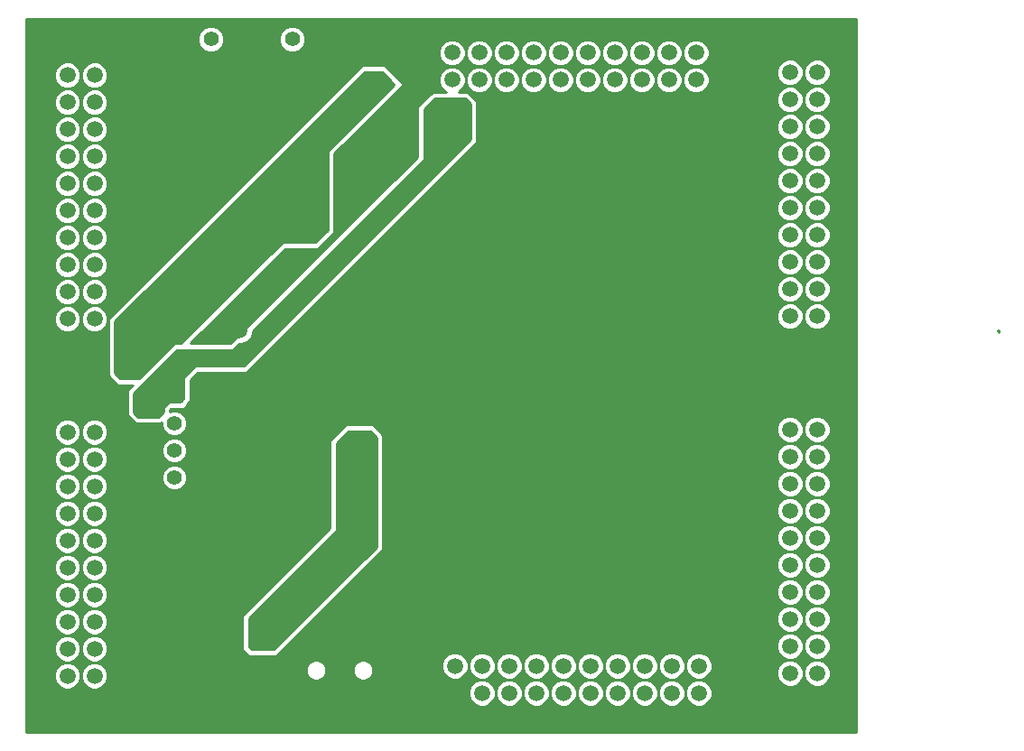
<source format=gbr>
%FSLAX46Y46*%
G04 Gerber Fmt 4.6, Leading zero omitted, Abs format (unit mm)*
G04 Created by KiCad (PCBNEW (2014-09-25 BZR 5147)-product) date dom 28 dic 2014 10:43:20 ART*
%MOMM*%
G01*
G04 APERTURE LIST*
%ADD10C,0.100000*%
%ADD11R,1.397000X1.397000*%
%ADD12C,1.397000*%
%ADD13C,1.506220*%
%ADD14C,1.500000*%
%ADD15C,0.203200*%
%ADD16C,0.254000*%
G04 APERTURE END LIST*
D10*
D11*
X119500000Y-111950000D03*
D12*
X119500000Y-114490000D03*
X119500000Y-117030000D03*
X119500000Y-119570000D03*
X119500000Y-122110000D03*
D13*
X168430000Y-79730000D03*
X168430000Y-82270000D03*
X165890000Y-79730000D03*
X165890000Y-82270000D03*
X163350000Y-79730000D03*
X163350000Y-82270000D03*
X160810000Y-79730000D03*
X160810000Y-82270000D03*
X158270000Y-79730000D03*
X158270000Y-82270000D03*
X155730000Y-79730000D03*
X155730000Y-82270000D03*
X153190000Y-79730000D03*
X153190000Y-82270000D03*
X150650000Y-79730000D03*
X150650000Y-82270000D03*
X148110000Y-79730000D03*
X148110000Y-82270000D03*
X145570000Y-79730000D03*
X145570000Y-82270000D03*
X109480000Y-81820000D03*
X112020000Y-81820000D03*
X109480000Y-84360000D03*
X112020000Y-84360000D03*
X109480000Y-86900000D03*
X112020000Y-86900000D03*
X109480000Y-89440000D03*
X112020000Y-89440000D03*
X109480000Y-91980000D03*
X112020000Y-91980000D03*
X109480000Y-94520000D03*
X112020000Y-94520000D03*
X109480000Y-97060000D03*
X112020000Y-97060000D03*
X109480000Y-99600000D03*
X112020000Y-99600000D03*
X109480000Y-102140000D03*
X112020000Y-102140000D03*
X109480000Y-104680000D03*
X112020000Y-104680000D03*
X109480000Y-115320000D03*
X112020000Y-115320000D03*
X109480000Y-117860000D03*
X112020000Y-117860000D03*
X109480000Y-120400000D03*
X112020000Y-120400000D03*
X109480000Y-122940000D03*
X112020000Y-122940000D03*
X109480000Y-125480000D03*
X112020000Y-125480000D03*
X109480000Y-128020000D03*
X112020000Y-128020000D03*
X109480000Y-130560000D03*
X112020000Y-130560000D03*
X109480000Y-133100000D03*
X112020000Y-133100000D03*
X109480000Y-135640000D03*
X112020000Y-135640000D03*
X109480000Y-138180000D03*
X112020000Y-138180000D03*
X177230000Y-81570000D03*
X179770000Y-81570000D03*
X177230000Y-84110000D03*
X179770000Y-84110000D03*
X177230000Y-86650000D03*
X179770000Y-86650000D03*
X177230000Y-89190000D03*
X179770000Y-89190000D03*
X177230000Y-91730000D03*
X179770000Y-91730000D03*
X177230000Y-94270000D03*
X179770000Y-94270000D03*
X177230000Y-96810000D03*
X179770000Y-96810000D03*
X177230000Y-99350000D03*
X179770000Y-99350000D03*
X177230000Y-101890000D03*
X179770000Y-101890000D03*
X177230000Y-104430000D03*
X179770000Y-104430000D03*
X177230000Y-115070000D03*
X179770000Y-115070000D03*
X177230000Y-117610000D03*
X179770000Y-117610000D03*
X177230000Y-120150000D03*
X179770000Y-120150000D03*
X177230000Y-122690000D03*
X179770000Y-122690000D03*
X177230000Y-125230000D03*
X179770000Y-125230000D03*
X177230000Y-127770000D03*
X179770000Y-127770000D03*
X177230000Y-130310000D03*
X179770000Y-130310000D03*
X177230000Y-132850000D03*
X179770000Y-132850000D03*
X177230000Y-135390000D03*
X179770000Y-135390000D03*
X177230000Y-137930000D03*
X179770000Y-137930000D03*
X168680000Y-137230000D03*
X168680000Y-139770000D03*
X166140000Y-137230000D03*
X166140000Y-139770000D03*
X163600000Y-137230000D03*
X163600000Y-139770000D03*
X161060000Y-137230000D03*
X161060000Y-139770000D03*
X158520000Y-137230000D03*
X158520000Y-139770000D03*
X155980000Y-137230000D03*
X155980000Y-139770000D03*
X153440000Y-137230000D03*
X153440000Y-139770000D03*
X150900000Y-137230000D03*
X150900000Y-139770000D03*
X148360000Y-137230000D03*
X148360000Y-139770000D03*
X145820000Y-137230000D03*
X145820000Y-139770000D03*
D12*
X122940000Y-83540000D03*
X122940000Y-78460000D03*
X130560000Y-83540000D03*
X130560000Y-78460000D03*
D14*
X135200000Y-90300000D03*
X151600000Y-126500000D03*
X160800000Y-118400000D03*
X151100000Y-85900000D03*
X167100000Y-107900000D03*
X125600000Y-105800000D03*
X116900000Y-122200000D03*
X124500000Y-112100000D03*
X137400000Y-131900000D03*
X140100000Y-123100000D03*
X127100000Y-127600000D03*
X128100000Y-133400000D03*
X136900000Y-116900000D03*
X138200000Y-83100000D03*
X132200000Y-95400000D03*
X115500000Y-108500000D03*
X117600000Y-112900000D03*
X145600000Y-85400000D03*
D15*
X136900000Y-124600000D02*
X128100000Y-133400000D01*
X136900000Y-116900000D02*
X136900000Y-124600000D01*
X138200000Y-83100000D02*
X132200000Y-89100000D01*
X132200000Y-89100000D02*
X132200000Y-95400000D01*
X128600000Y-95400000D02*
X115500000Y-108500000D01*
X132200000Y-95400000D02*
X128600000Y-95400000D01*
X117600000Y-112900000D02*
X121500000Y-109000000D01*
X121500000Y-109000000D02*
X126100000Y-109000000D01*
X126100000Y-109000000D02*
X145600000Y-89500000D01*
X145600000Y-89500000D02*
X145600000Y-85400000D01*
D16*
G36*
X183417000Y-143417000D02*
X181031329Y-143417000D01*
X181031329Y-137680250D01*
X181031329Y-135140250D01*
X181031329Y-132600250D01*
X181031329Y-130060250D01*
X181031329Y-127520250D01*
X181031329Y-124980250D01*
X181031329Y-122440250D01*
X181031329Y-119900250D01*
X181031329Y-117360250D01*
X181031329Y-114820250D01*
X181031329Y-104180250D01*
X181031329Y-101640250D01*
X181031329Y-99100250D01*
X181031329Y-96560250D01*
X181031329Y-94020250D01*
X181031329Y-91480250D01*
X181031329Y-88940250D01*
X181031329Y-86400250D01*
X181031329Y-83860250D01*
X181031329Y-81320250D01*
X180839741Y-80856572D01*
X180485294Y-80501506D01*
X180021951Y-80309109D01*
X179520250Y-80308671D01*
X179056572Y-80500259D01*
X178701506Y-80854706D01*
X178509109Y-81318049D01*
X178508671Y-81819750D01*
X178700259Y-82283428D01*
X179054706Y-82638494D01*
X179518049Y-82830891D01*
X180019750Y-82831329D01*
X180483428Y-82639741D01*
X180838494Y-82285294D01*
X181030891Y-81821951D01*
X181031329Y-81320250D01*
X181031329Y-83860250D01*
X180839741Y-83396572D01*
X180485294Y-83041506D01*
X180021951Y-82849109D01*
X179520250Y-82848671D01*
X179056572Y-83040259D01*
X178701506Y-83394706D01*
X178509109Y-83858049D01*
X178508671Y-84359750D01*
X178700259Y-84823428D01*
X179054706Y-85178494D01*
X179518049Y-85370891D01*
X180019750Y-85371329D01*
X180483428Y-85179741D01*
X180838494Y-84825294D01*
X181030891Y-84361951D01*
X181031329Y-83860250D01*
X181031329Y-86400250D01*
X180839741Y-85936572D01*
X180485294Y-85581506D01*
X180021951Y-85389109D01*
X179520250Y-85388671D01*
X179056572Y-85580259D01*
X178701506Y-85934706D01*
X178509109Y-86398049D01*
X178508671Y-86899750D01*
X178700259Y-87363428D01*
X179054706Y-87718494D01*
X179518049Y-87910891D01*
X180019750Y-87911329D01*
X180483428Y-87719741D01*
X180838494Y-87365294D01*
X181030891Y-86901951D01*
X181031329Y-86400250D01*
X181031329Y-88940250D01*
X180839741Y-88476572D01*
X180485294Y-88121506D01*
X180021951Y-87929109D01*
X179520250Y-87928671D01*
X179056572Y-88120259D01*
X178701506Y-88474706D01*
X178509109Y-88938049D01*
X178508671Y-89439750D01*
X178700259Y-89903428D01*
X179054706Y-90258494D01*
X179518049Y-90450891D01*
X180019750Y-90451329D01*
X180483428Y-90259741D01*
X180838494Y-89905294D01*
X181030891Y-89441951D01*
X181031329Y-88940250D01*
X181031329Y-91480250D01*
X180839741Y-91016572D01*
X180485294Y-90661506D01*
X180021951Y-90469109D01*
X179520250Y-90468671D01*
X179056572Y-90660259D01*
X178701506Y-91014706D01*
X178509109Y-91478049D01*
X178508671Y-91979750D01*
X178700259Y-92443428D01*
X179054706Y-92798494D01*
X179518049Y-92990891D01*
X180019750Y-92991329D01*
X180483428Y-92799741D01*
X180838494Y-92445294D01*
X181030891Y-91981951D01*
X181031329Y-91480250D01*
X181031329Y-94020250D01*
X180839741Y-93556572D01*
X180485294Y-93201506D01*
X180021951Y-93009109D01*
X179520250Y-93008671D01*
X179056572Y-93200259D01*
X178701506Y-93554706D01*
X178509109Y-94018049D01*
X178508671Y-94519750D01*
X178700259Y-94983428D01*
X179054706Y-95338494D01*
X179518049Y-95530891D01*
X180019750Y-95531329D01*
X180483428Y-95339741D01*
X180838494Y-94985294D01*
X181030891Y-94521951D01*
X181031329Y-94020250D01*
X181031329Y-96560250D01*
X180839741Y-96096572D01*
X180485294Y-95741506D01*
X180021951Y-95549109D01*
X179520250Y-95548671D01*
X179056572Y-95740259D01*
X178701506Y-96094706D01*
X178509109Y-96558049D01*
X178508671Y-97059750D01*
X178700259Y-97523428D01*
X179054706Y-97878494D01*
X179518049Y-98070891D01*
X180019750Y-98071329D01*
X180483428Y-97879741D01*
X180838494Y-97525294D01*
X181030891Y-97061951D01*
X181031329Y-96560250D01*
X181031329Y-99100250D01*
X180839741Y-98636572D01*
X180485294Y-98281506D01*
X180021951Y-98089109D01*
X179520250Y-98088671D01*
X179056572Y-98280259D01*
X178701506Y-98634706D01*
X178509109Y-99098049D01*
X178508671Y-99599750D01*
X178700259Y-100063428D01*
X179054706Y-100418494D01*
X179518049Y-100610891D01*
X180019750Y-100611329D01*
X180483428Y-100419741D01*
X180838494Y-100065294D01*
X181030891Y-99601951D01*
X181031329Y-99100250D01*
X181031329Y-101640250D01*
X180839741Y-101176572D01*
X180485294Y-100821506D01*
X180021951Y-100629109D01*
X179520250Y-100628671D01*
X179056572Y-100820259D01*
X178701506Y-101174706D01*
X178509109Y-101638049D01*
X178508671Y-102139750D01*
X178700259Y-102603428D01*
X179054706Y-102958494D01*
X179518049Y-103150891D01*
X180019750Y-103151329D01*
X180483428Y-102959741D01*
X180838494Y-102605294D01*
X181030891Y-102141951D01*
X181031329Y-101640250D01*
X181031329Y-104180250D01*
X180839741Y-103716572D01*
X180485294Y-103361506D01*
X180021951Y-103169109D01*
X179520250Y-103168671D01*
X179056572Y-103360259D01*
X178701506Y-103714706D01*
X178509109Y-104178049D01*
X178508671Y-104679750D01*
X178700259Y-105143428D01*
X179054706Y-105498494D01*
X179518049Y-105690891D01*
X180019750Y-105691329D01*
X180483428Y-105499741D01*
X180838494Y-105145294D01*
X181030891Y-104681951D01*
X181031329Y-104180250D01*
X181031329Y-114820250D01*
X180839741Y-114356572D01*
X180485294Y-114001506D01*
X180021951Y-113809109D01*
X179520250Y-113808671D01*
X179056572Y-114000259D01*
X178701506Y-114354706D01*
X178509109Y-114818049D01*
X178508671Y-115319750D01*
X178700259Y-115783428D01*
X179054706Y-116138494D01*
X179518049Y-116330891D01*
X180019750Y-116331329D01*
X180483428Y-116139741D01*
X180838494Y-115785294D01*
X181030891Y-115321951D01*
X181031329Y-114820250D01*
X181031329Y-117360250D01*
X180839741Y-116896572D01*
X180485294Y-116541506D01*
X180021951Y-116349109D01*
X179520250Y-116348671D01*
X179056572Y-116540259D01*
X178701506Y-116894706D01*
X178509109Y-117358049D01*
X178508671Y-117859750D01*
X178700259Y-118323428D01*
X179054706Y-118678494D01*
X179518049Y-118870891D01*
X180019750Y-118871329D01*
X180483428Y-118679741D01*
X180838494Y-118325294D01*
X181030891Y-117861951D01*
X181031329Y-117360250D01*
X181031329Y-119900250D01*
X180839741Y-119436572D01*
X180485294Y-119081506D01*
X180021951Y-118889109D01*
X179520250Y-118888671D01*
X179056572Y-119080259D01*
X178701506Y-119434706D01*
X178509109Y-119898049D01*
X178508671Y-120399750D01*
X178700259Y-120863428D01*
X179054706Y-121218494D01*
X179518049Y-121410891D01*
X180019750Y-121411329D01*
X180483428Y-121219741D01*
X180838494Y-120865294D01*
X181030891Y-120401951D01*
X181031329Y-119900250D01*
X181031329Y-122440250D01*
X180839741Y-121976572D01*
X180485294Y-121621506D01*
X180021951Y-121429109D01*
X179520250Y-121428671D01*
X179056572Y-121620259D01*
X178701506Y-121974706D01*
X178509109Y-122438049D01*
X178508671Y-122939750D01*
X178700259Y-123403428D01*
X179054706Y-123758494D01*
X179518049Y-123950891D01*
X180019750Y-123951329D01*
X180483428Y-123759741D01*
X180838494Y-123405294D01*
X181030891Y-122941951D01*
X181031329Y-122440250D01*
X181031329Y-124980250D01*
X180839741Y-124516572D01*
X180485294Y-124161506D01*
X180021951Y-123969109D01*
X179520250Y-123968671D01*
X179056572Y-124160259D01*
X178701506Y-124514706D01*
X178509109Y-124978049D01*
X178508671Y-125479750D01*
X178700259Y-125943428D01*
X179054706Y-126298494D01*
X179518049Y-126490891D01*
X180019750Y-126491329D01*
X180483428Y-126299741D01*
X180838494Y-125945294D01*
X181030891Y-125481951D01*
X181031329Y-124980250D01*
X181031329Y-127520250D01*
X180839741Y-127056572D01*
X180485294Y-126701506D01*
X180021951Y-126509109D01*
X179520250Y-126508671D01*
X179056572Y-126700259D01*
X178701506Y-127054706D01*
X178509109Y-127518049D01*
X178508671Y-128019750D01*
X178700259Y-128483428D01*
X179054706Y-128838494D01*
X179518049Y-129030891D01*
X180019750Y-129031329D01*
X180483428Y-128839741D01*
X180838494Y-128485294D01*
X181030891Y-128021951D01*
X181031329Y-127520250D01*
X181031329Y-130060250D01*
X180839741Y-129596572D01*
X180485294Y-129241506D01*
X180021951Y-129049109D01*
X179520250Y-129048671D01*
X179056572Y-129240259D01*
X178701506Y-129594706D01*
X178509109Y-130058049D01*
X178508671Y-130559750D01*
X178700259Y-131023428D01*
X179054706Y-131378494D01*
X179518049Y-131570891D01*
X180019750Y-131571329D01*
X180483428Y-131379741D01*
X180838494Y-131025294D01*
X181030891Y-130561951D01*
X181031329Y-130060250D01*
X181031329Y-132600250D01*
X180839741Y-132136572D01*
X180485294Y-131781506D01*
X180021951Y-131589109D01*
X179520250Y-131588671D01*
X179056572Y-131780259D01*
X178701506Y-132134706D01*
X178509109Y-132598049D01*
X178508671Y-133099750D01*
X178700259Y-133563428D01*
X179054706Y-133918494D01*
X179518049Y-134110891D01*
X180019750Y-134111329D01*
X180483428Y-133919741D01*
X180838494Y-133565294D01*
X181030891Y-133101951D01*
X181031329Y-132600250D01*
X181031329Y-135140250D01*
X180839741Y-134676572D01*
X180485294Y-134321506D01*
X180021951Y-134129109D01*
X179520250Y-134128671D01*
X179056572Y-134320259D01*
X178701506Y-134674706D01*
X178509109Y-135138049D01*
X178508671Y-135639750D01*
X178700259Y-136103428D01*
X179054706Y-136458494D01*
X179518049Y-136650891D01*
X180019750Y-136651329D01*
X180483428Y-136459741D01*
X180838494Y-136105294D01*
X181030891Y-135641951D01*
X181031329Y-135140250D01*
X181031329Y-137680250D01*
X180839741Y-137216572D01*
X180485294Y-136861506D01*
X180021951Y-136669109D01*
X179520250Y-136668671D01*
X179056572Y-136860259D01*
X178701506Y-137214706D01*
X178509109Y-137678049D01*
X178508671Y-138179750D01*
X178700259Y-138643428D01*
X179054706Y-138998494D01*
X179518049Y-139190891D01*
X180019750Y-139191329D01*
X180483428Y-138999741D01*
X180838494Y-138645294D01*
X181030891Y-138181951D01*
X181031329Y-137680250D01*
X181031329Y-143417000D01*
X178491329Y-143417000D01*
X178491329Y-137680250D01*
X178491329Y-135140250D01*
X178491329Y-132600250D01*
X178491329Y-130060250D01*
X178491329Y-127520250D01*
X178491329Y-124980250D01*
X178491329Y-122440250D01*
X178491329Y-119900250D01*
X178491329Y-117360250D01*
X178491329Y-114820250D01*
X178491329Y-104180250D01*
X178491329Y-101640250D01*
X178491329Y-99100250D01*
X178491329Y-96560250D01*
X178491329Y-94020250D01*
X178491329Y-91480250D01*
X178491329Y-88940250D01*
X178491329Y-86400250D01*
X178491329Y-83860250D01*
X178491329Y-81320250D01*
X178299741Y-80856572D01*
X177945294Y-80501506D01*
X177481951Y-80309109D01*
X176980250Y-80308671D01*
X176516572Y-80500259D01*
X176161506Y-80854706D01*
X175969109Y-81318049D01*
X175968671Y-81819750D01*
X176160259Y-82283428D01*
X176514706Y-82638494D01*
X176978049Y-82830891D01*
X177479750Y-82831329D01*
X177943428Y-82639741D01*
X178298494Y-82285294D01*
X178490891Y-81821951D01*
X178491329Y-81320250D01*
X178491329Y-83860250D01*
X178299741Y-83396572D01*
X177945294Y-83041506D01*
X177481951Y-82849109D01*
X176980250Y-82848671D01*
X176516572Y-83040259D01*
X176161506Y-83394706D01*
X175969109Y-83858049D01*
X175968671Y-84359750D01*
X176160259Y-84823428D01*
X176514706Y-85178494D01*
X176978049Y-85370891D01*
X177479750Y-85371329D01*
X177943428Y-85179741D01*
X178298494Y-84825294D01*
X178490891Y-84361951D01*
X178491329Y-83860250D01*
X178491329Y-86400250D01*
X178299741Y-85936572D01*
X177945294Y-85581506D01*
X177481951Y-85389109D01*
X176980250Y-85388671D01*
X176516572Y-85580259D01*
X176161506Y-85934706D01*
X175969109Y-86398049D01*
X175968671Y-86899750D01*
X176160259Y-87363428D01*
X176514706Y-87718494D01*
X176978049Y-87910891D01*
X177479750Y-87911329D01*
X177943428Y-87719741D01*
X178298494Y-87365294D01*
X178490891Y-86901951D01*
X178491329Y-86400250D01*
X178491329Y-88940250D01*
X178299741Y-88476572D01*
X177945294Y-88121506D01*
X177481951Y-87929109D01*
X176980250Y-87928671D01*
X176516572Y-88120259D01*
X176161506Y-88474706D01*
X175969109Y-88938049D01*
X175968671Y-89439750D01*
X176160259Y-89903428D01*
X176514706Y-90258494D01*
X176978049Y-90450891D01*
X177479750Y-90451329D01*
X177943428Y-90259741D01*
X178298494Y-89905294D01*
X178490891Y-89441951D01*
X178491329Y-88940250D01*
X178491329Y-91480250D01*
X178299741Y-91016572D01*
X177945294Y-90661506D01*
X177481951Y-90469109D01*
X176980250Y-90468671D01*
X176516572Y-90660259D01*
X176161506Y-91014706D01*
X175969109Y-91478049D01*
X175968671Y-91979750D01*
X176160259Y-92443428D01*
X176514706Y-92798494D01*
X176978049Y-92990891D01*
X177479750Y-92991329D01*
X177943428Y-92799741D01*
X178298494Y-92445294D01*
X178490891Y-91981951D01*
X178491329Y-91480250D01*
X178491329Y-94020250D01*
X178299741Y-93556572D01*
X177945294Y-93201506D01*
X177481951Y-93009109D01*
X176980250Y-93008671D01*
X176516572Y-93200259D01*
X176161506Y-93554706D01*
X175969109Y-94018049D01*
X175968671Y-94519750D01*
X176160259Y-94983428D01*
X176514706Y-95338494D01*
X176978049Y-95530891D01*
X177479750Y-95531329D01*
X177943428Y-95339741D01*
X178298494Y-94985294D01*
X178490891Y-94521951D01*
X178491329Y-94020250D01*
X178491329Y-96560250D01*
X178299741Y-96096572D01*
X177945294Y-95741506D01*
X177481951Y-95549109D01*
X176980250Y-95548671D01*
X176516572Y-95740259D01*
X176161506Y-96094706D01*
X175969109Y-96558049D01*
X175968671Y-97059750D01*
X176160259Y-97523428D01*
X176514706Y-97878494D01*
X176978049Y-98070891D01*
X177479750Y-98071329D01*
X177943428Y-97879741D01*
X178298494Y-97525294D01*
X178490891Y-97061951D01*
X178491329Y-96560250D01*
X178491329Y-99100250D01*
X178299741Y-98636572D01*
X177945294Y-98281506D01*
X177481951Y-98089109D01*
X176980250Y-98088671D01*
X176516572Y-98280259D01*
X176161506Y-98634706D01*
X175969109Y-99098049D01*
X175968671Y-99599750D01*
X176160259Y-100063428D01*
X176514706Y-100418494D01*
X176978049Y-100610891D01*
X177479750Y-100611329D01*
X177943428Y-100419741D01*
X178298494Y-100065294D01*
X178490891Y-99601951D01*
X178491329Y-99100250D01*
X178491329Y-101640250D01*
X178299741Y-101176572D01*
X177945294Y-100821506D01*
X177481951Y-100629109D01*
X176980250Y-100628671D01*
X176516572Y-100820259D01*
X176161506Y-101174706D01*
X175969109Y-101638049D01*
X175968671Y-102139750D01*
X176160259Y-102603428D01*
X176514706Y-102958494D01*
X176978049Y-103150891D01*
X177479750Y-103151329D01*
X177943428Y-102959741D01*
X178298494Y-102605294D01*
X178490891Y-102141951D01*
X178491329Y-101640250D01*
X178491329Y-104180250D01*
X178299741Y-103716572D01*
X177945294Y-103361506D01*
X177481951Y-103169109D01*
X176980250Y-103168671D01*
X176516572Y-103360259D01*
X176161506Y-103714706D01*
X175969109Y-104178049D01*
X175968671Y-104679750D01*
X176160259Y-105143428D01*
X176514706Y-105498494D01*
X176978049Y-105690891D01*
X177479750Y-105691329D01*
X177943428Y-105499741D01*
X178298494Y-105145294D01*
X178490891Y-104681951D01*
X178491329Y-104180250D01*
X178491329Y-114820250D01*
X178299741Y-114356572D01*
X177945294Y-114001506D01*
X177481951Y-113809109D01*
X176980250Y-113808671D01*
X176516572Y-114000259D01*
X176161506Y-114354706D01*
X175969109Y-114818049D01*
X175968671Y-115319750D01*
X176160259Y-115783428D01*
X176514706Y-116138494D01*
X176978049Y-116330891D01*
X177479750Y-116331329D01*
X177943428Y-116139741D01*
X178298494Y-115785294D01*
X178490891Y-115321951D01*
X178491329Y-114820250D01*
X178491329Y-117360250D01*
X178299741Y-116896572D01*
X177945294Y-116541506D01*
X177481951Y-116349109D01*
X176980250Y-116348671D01*
X176516572Y-116540259D01*
X176161506Y-116894706D01*
X175969109Y-117358049D01*
X175968671Y-117859750D01*
X176160259Y-118323428D01*
X176514706Y-118678494D01*
X176978049Y-118870891D01*
X177479750Y-118871329D01*
X177943428Y-118679741D01*
X178298494Y-118325294D01*
X178490891Y-117861951D01*
X178491329Y-117360250D01*
X178491329Y-119900250D01*
X178299741Y-119436572D01*
X177945294Y-119081506D01*
X177481951Y-118889109D01*
X176980250Y-118888671D01*
X176516572Y-119080259D01*
X176161506Y-119434706D01*
X175969109Y-119898049D01*
X175968671Y-120399750D01*
X176160259Y-120863428D01*
X176514706Y-121218494D01*
X176978049Y-121410891D01*
X177479750Y-121411329D01*
X177943428Y-121219741D01*
X178298494Y-120865294D01*
X178490891Y-120401951D01*
X178491329Y-119900250D01*
X178491329Y-122440250D01*
X178299741Y-121976572D01*
X177945294Y-121621506D01*
X177481951Y-121429109D01*
X176980250Y-121428671D01*
X176516572Y-121620259D01*
X176161506Y-121974706D01*
X175969109Y-122438049D01*
X175968671Y-122939750D01*
X176160259Y-123403428D01*
X176514706Y-123758494D01*
X176978049Y-123950891D01*
X177479750Y-123951329D01*
X177943428Y-123759741D01*
X178298494Y-123405294D01*
X178490891Y-122941951D01*
X178491329Y-122440250D01*
X178491329Y-124980250D01*
X178299741Y-124516572D01*
X177945294Y-124161506D01*
X177481951Y-123969109D01*
X176980250Y-123968671D01*
X176516572Y-124160259D01*
X176161506Y-124514706D01*
X175969109Y-124978049D01*
X175968671Y-125479750D01*
X176160259Y-125943428D01*
X176514706Y-126298494D01*
X176978049Y-126490891D01*
X177479750Y-126491329D01*
X177943428Y-126299741D01*
X178298494Y-125945294D01*
X178490891Y-125481951D01*
X178491329Y-124980250D01*
X178491329Y-127520250D01*
X178299741Y-127056572D01*
X177945294Y-126701506D01*
X177481951Y-126509109D01*
X176980250Y-126508671D01*
X176516572Y-126700259D01*
X176161506Y-127054706D01*
X175969109Y-127518049D01*
X175968671Y-128019750D01*
X176160259Y-128483428D01*
X176514706Y-128838494D01*
X176978049Y-129030891D01*
X177479750Y-129031329D01*
X177943428Y-128839741D01*
X178298494Y-128485294D01*
X178490891Y-128021951D01*
X178491329Y-127520250D01*
X178491329Y-130060250D01*
X178299741Y-129596572D01*
X177945294Y-129241506D01*
X177481951Y-129049109D01*
X176980250Y-129048671D01*
X176516572Y-129240259D01*
X176161506Y-129594706D01*
X175969109Y-130058049D01*
X175968671Y-130559750D01*
X176160259Y-131023428D01*
X176514706Y-131378494D01*
X176978049Y-131570891D01*
X177479750Y-131571329D01*
X177943428Y-131379741D01*
X178298494Y-131025294D01*
X178490891Y-130561951D01*
X178491329Y-130060250D01*
X178491329Y-132600250D01*
X178299741Y-132136572D01*
X177945294Y-131781506D01*
X177481951Y-131589109D01*
X176980250Y-131588671D01*
X176516572Y-131780259D01*
X176161506Y-132134706D01*
X175969109Y-132598049D01*
X175968671Y-133099750D01*
X176160259Y-133563428D01*
X176514706Y-133918494D01*
X176978049Y-134110891D01*
X177479750Y-134111329D01*
X177943428Y-133919741D01*
X178298494Y-133565294D01*
X178490891Y-133101951D01*
X178491329Y-132600250D01*
X178491329Y-135140250D01*
X178299741Y-134676572D01*
X177945294Y-134321506D01*
X177481951Y-134129109D01*
X176980250Y-134128671D01*
X176516572Y-134320259D01*
X176161506Y-134674706D01*
X175969109Y-135138049D01*
X175968671Y-135639750D01*
X176160259Y-136103428D01*
X176514706Y-136458494D01*
X176978049Y-136650891D01*
X177479750Y-136651329D01*
X177943428Y-136459741D01*
X178298494Y-136105294D01*
X178490891Y-135641951D01*
X178491329Y-135140250D01*
X178491329Y-137680250D01*
X178299741Y-137216572D01*
X177945294Y-136861506D01*
X177481951Y-136669109D01*
X176980250Y-136668671D01*
X176516572Y-136860259D01*
X176161506Y-137214706D01*
X175969109Y-137678049D01*
X175968671Y-138179750D01*
X176160259Y-138643428D01*
X176514706Y-138998494D01*
X176978049Y-139190891D01*
X177479750Y-139191329D01*
X177943428Y-138999741D01*
X178298494Y-138645294D01*
X178490891Y-138181951D01*
X178491329Y-137680250D01*
X178491329Y-143417000D01*
X169941329Y-143417000D01*
X169941329Y-139520250D01*
X169941329Y-136980250D01*
X169749741Y-136516572D01*
X169691329Y-136458057D01*
X169691329Y-82020250D01*
X169691329Y-79480250D01*
X169499741Y-79016572D01*
X169145294Y-78661506D01*
X168681951Y-78469109D01*
X168180250Y-78468671D01*
X167716572Y-78660259D01*
X167361506Y-79014706D01*
X167169109Y-79478049D01*
X167168671Y-79979750D01*
X167360259Y-80443428D01*
X167714706Y-80798494D01*
X168178049Y-80990891D01*
X168679750Y-80991329D01*
X169143428Y-80799741D01*
X169498494Y-80445294D01*
X169690891Y-79981951D01*
X169691329Y-79480250D01*
X169691329Y-82020250D01*
X169499741Y-81556572D01*
X169145294Y-81201506D01*
X168681951Y-81009109D01*
X168180250Y-81008671D01*
X167716572Y-81200259D01*
X167361506Y-81554706D01*
X167169109Y-82018049D01*
X167168671Y-82519750D01*
X167360259Y-82983428D01*
X167714706Y-83338494D01*
X168178049Y-83530891D01*
X168679750Y-83531329D01*
X169143428Y-83339741D01*
X169498494Y-82985294D01*
X169690891Y-82521951D01*
X169691329Y-82020250D01*
X169691329Y-136458057D01*
X169395294Y-136161506D01*
X168931951Y-135969109D01*
X168430250Y-135968671D01*
X167966572Y-136160259D01*
X167611506Y-136514706D01*
X167419109Y-136978049D01*
X167418671Y-137479750D01*
X167610259Y-137943428D01*
X167964706Y-138298494D01*
X168428049Y-138490891D01*
X168929750Y-138491329D01*
X169393428Y-138299741D01*
X169748494Y-137945294D01*
X169940891Y-137481951D01*
X169941329Y-136980250D01*
X169941329Y-139520250D01*
X169749741Y-139056572D01*
X169395294Y-138701506D01*
X168931951Y-138509109D01*
X168430250Y-138508671D01*
X167966572Y-138700259D01*
X167611506Y-139054706D01*
X167419109Y-139518049D01*
X167418671Y-140019750D01*
X167610259Y-140483428D01*
X167964706Y-140838494D01*
X168428049Y-141030891D01*
X168929750Y-141031329D01*
X169393428Y-140839741D01*
X169748494Y-140485294D01*
X169940891Y-140021951D01*
X169941329Y-139520250D01*
X169941329Y-143417000D01*
X167401329Y-143417000D01*
X167401329Y-139520250D01*
X167401329Y-136980250D01*
X167209741Y-136516572D01*
X167151329Y-136458057D01*
X167151329Y-82020250D01*
X167151329Y-79480250D01*
X166959741Y-79016572D01*
X166605294Y-78661506D01*
X166141951Y-78469109D01*
X165640250Y-78468671D01*
X165176572Y-78660259D01*
X164821506Y-79014706D01*
X164629109Y-79478049D01*
X164628671Y-79979750D01*
X164820259Y-80443428D01*
X165174706Y-80798494D01*
X165638049Y-80990891D01*
X166139750Y-80991329D01*
X166603428Y-80799741D01*
X166958494Y-80445294D01*
X167150891Y-79981951D01*
X167151329Y-79480250D01*
X167151329Y-82020250D01*
X166959741Y-81556572D01*
X166605294Y-81201506D01*
X166141951Y-81009109D01*
X165640250Y-81008671D01*
X165176572Y-81200259D01*
X164821506Y-81554706D01*
X164629109Y-82018049D01*
X164628671Y-82519750D01*
X164820259Y-82983428D01*
X165174706Y-83338494D01*
X165638049Y-83530891D01*
X166139750Y-83531329D01*
X166603428Y-83339741D01*
X166958494Y-82985294D01*
X167150891Y-82521951D01*
X167151329Y-82020250D01*
X167151329Y-136458057D01*
X166855294Y-136161506D01*
X166391951Y-135969109D01*
X165890250Y-135968671D01*
X165426572Y-136160259D01*
X165071506Y-136514706D01*
X164879109Y-136978049D01*
X164878671Y-137479750D01*
X165070259Y-137943428D01*
X165424706Y-138298494D01*
X165888049Y-138490891D01*
X166389750Y-138491329D01*
X166853428Y-138299741D01*
X167208494Y-137945294D01*
X167400891Y-137481951D01*
X167401329Y-136980250D01*
X167401329Y-139520250D01*
X167209741Y-139056572D01*
X166855294Y-138701506D01*
X166391951Y-138509109D01*
X165890250Y-138508671D01*
X165426572Y-138700259D01*
X165071506Y-139054706D01*
X164879109Y-139518049D01*
X164878671Y-140019750D01*
X165070259Y-140483428D01*
X165424706Y-140838494D01*
X165888049Y-141030891D01*
X166389750Y-141031329D01*
X166853428Y-140839741D01*
X167208494Y-140485294D01*
X167400891Y-140021951D01*
X167401329Y-139520250D01*
X167401329Y-143417000D01*
X164861329Y-143417000D01*
X164861329Y-139520250D01*
X164861329Y-136980250D01*
X164669741Y-136516572D01*
X164611329Y-136458057D01*
X164611329Y-82020250D01*
X164611329Y-79480250D01*
X164419741Y-79016572D01*
X164065294Y-78661506D01*
X163601951Y-78469109D01*
X163100250Y-78468671D01*
X162636572Y-78660259D01*
X162281506Y-79014706D01*
X162089109Y-79478049D01*
X162088671Y-79979750D01*
X162280259Y-80443428D01*
X162634706Y-80798494D01*
X163098049Y-80990891D01*
X163599750Y-80991329D01*
X164063428Y-80799741D01*
X164418494Y-80445294D01*
X164610891Y-79981951D01*
X164611329Y-79480250D01*
X164611329Y-82020250D01*
X164419741Y-81556572D01*
X164065294Y-81201506D01*
X163601951Y-81009109D01*
X163100250Y-81008671D01*
X162636572Y-81200259D01*
X162281506Y-81554706D01*
X162089109Y-82018049D01*
X162088671Y-82519750D01*
X162280259Y-82983428D01*
X162634706Y-83338494D01*
X163098049Y-83530891D01*
X163599750Y-83531329D01*
X164063428Y-83339741D01*
X164418494Y-82985294D01*
X164610891Y-82521951D01*
X164611329Y-82020250D01*
X164611329Y-136458057D01*
X164315294Y-136161506D01*
X163851951Y-135969109D01*
X163350250Y-135968671D01*
X162886572Y-136160259D01*
X162531506Y-136514706D01*
X162339109Y-136978049D01*
X162338671Y-137479750D01*
X162530259Y-137943428D01*
X162884706Y-138298494D01*
X163348049Y-138490891D01*
X163849750Y-138491329D01*
X164313428Y-138299741D01*
X164668494Y-137945294D01*
X164860891Y-137481951D01*
X164861329Y-136980250D01*
X164861329Y-139520250D01*
X164669741Y-139056572D01*
X164315294Y-138701506D01*
X163851951Y-138509109D01*
X163350250Y-138508671D01*
X162886572Y-138700259D01*
X162531506Y-139054706D01*
X162339109Y-139518049D01*
X162338671Y-140019750D01*
X162530259Y-140483428D01*
X162884706Y-140838494D01*
X163348049Y-141030891D01*
X163849750Y-141031329D01*
X164313428Y-140839741D01*
X164668494Y-140485294D01*
X164860891Y-140021951D01*
X164861329Y-139520250D01*
X164861329Y-143417000D01*
X162321329Y-143417000D01*
X162321329Y-139520250D01*
X162321329Y-136980250D01*
X162129741Y-136516572D01*
X162071329Y-136458057D01*
X162071329Y-82020250D01*
X162071329Y-79480250D01*
X161879741Y-79016572D01*
X161525294Y-78661506D01*
X161061951Y-78469109D01*
X160560250Y-78468671D01*
X160096572Y-78660259D01*
X159741506Y-79014706D01*
X159549109Y-79478049D01*
X159548671Y-79979750D01*
X159740259Y-80443428D01*
X160094706Y-80798494D01*
X160558049Y-80990891D01*
X161059750Y-80991329D01*
X161523428Y-80799741D01*
X161878494Y-80445294D01*
X162070891Y-79981951D01*
X162071329Y-79480250D01*
X162071329Y-82020250D01*
X161879741Y-81556572D01*
X161525294Y-81201506D01*
X161061951Y-81009109D01*
X160560250Y-81008671D01*
X160096572Y-81200259D01*
X159741506Y-81554706D01*
X159549109Y-82018049D01*
X159548671Y-82519750D01*
X159740259Y-82983428D01*
X160094706Y-83338494D01*
X160558049Y-83530891D01*
X161059750Y-83531329D01*
X161523428Y-83339741D01*
X161878494Y-82985294D01*
X162070891Y-82521951D01*
X162071329Y-82020250D01*
X162071329Y-136458057D01*
X161775294Y-136161506D01*
X161311951Y-135969109D01*
X160810250Y-135968671D01*
X160346572Y-136160259D01*
X159991506Y-136514706D01*
X159799109Y-136978049D01*
X159798671Y-137479750D01*
X159990259Y-137943428D01*
X160344706Y-138298494D01*
X160808049Y-138490891D01*
X161309750Y-138491329D01*
X161773428Y-138299741D01*
X162128494Y-137945294D01*
X162320891Y-137481951D01*
X162321329Y-136980250D01*
X162321329Y-139520250D01*
X162129741Y-139056572D01*
X161775294Y-138701506D01*
X161311951Y-138509109D01*
X160810250Y-138508671D01*
X160346572Y-138700259D01*
X159991506Y-139054706D01*
X159799109Y-139518049D01*
X159798671Y-140019750D01*
X159990259Y-140483428D01*
X160344706Y-140838494D01*
X160808049Y-141030891D01*
X161309750Y-141031329D01*
X161773428Y-140839741D01*
X162128494Y-140485294D01*
X162320891Y-140021951D01*
X162321329Y-139520250D01*
X162321329Y-143417000D01*
X159781329Y-143417000D01*
X159781329Y-139520250D01*
X159781329Y-136980250D01*
X159589741Y-136516572D01*
X159531329Y-136458057D01*
X159531329Y-82020250D01*
X159531329Y-79480250D01*
X159339741Y-79016572D01*
X158985294Y-78661506D01*
X158521951Y-78469109D01*
X158020250Y-78468671D01*
X157556572Y-78660259D01*
X157201506Y-79014706D01*
X157009109Y-79478049D01*
X157008671Y-79979750D01*
X157200259Y-80443428D01*
X157554706Y-80798494D01*
X158018049Y-80990891D01*
X158519750Y-80991329D01*
X158983428Y-80799741D01*
X159338494Y-80445294D01*
X159530891Y-79981951D01*
X159531329Y-79480250D01*
X159531329Y-82020250D01*
X159339741Y-81556572D01*
X158985294Y-81201506D01*
X158521951Y-81009109D01*
X158020250Y-81008671D01*
X157556572Y-81200259D01*
X157201506Y-81554706D01*
X157009109Y-82018049D01*
X157008671Y-82519750D01*
X157200259Y-82983428D01*
X157554706Y-83338494D01*
X158018049Y-83530891D01*
X158519750Y-83531329D01*
X158983428Y-83339741D01*
X159338494Y-82985294D01*
X159530891Y-82521951D01*
X159531329Y-82020250D01*
X159531329Y-136458057D01*
X159235294Y-136161506D01*
X158771951Y-135969109D01*
X158270250Y-135968671D01*
X157806572Y-136160259D01*
X157451506Y-136514706D01*
X157259109Y-136978049D01*
X157258671Y-137479750D01*
X157450259Y-137943428D01*
X157804706Y-138298494D01*
X158268049Y-138490891D01*
X158769750Y-138491329D01*
X159233428Y-138299741D01*
X159588494Y-137945294D01*
X159780891Y-137481951D01*
X159781329Y-136980250D01*
X159781329Y-139520250D01*
X159589741Y-139056572D01*
X159235294Y-138701506D01*
X158771951Y-138509109D01*
X158270250Y-138508671D01*
X157806572Y-138700259D01*
X157451506Y-139054706D01*
X157259109Y-139518049D01*
X157258671Y-140019750D01*
X157450259Y-140483428D01*
X157804706Y-140838494D01*
X158268049Y-141030891D01*
X158769750Y-141031329D01*
X159233428Y-140839741D01*
X159588494Y-140485294D01*
X159780891Y-140021951D01*
X159781329Y-139520250D01*
X159781329Y-143417000D01*
X157241329Y-143417000D01*
X157241329Y-139520250D01*
X157241329Y-136980250D01*
X157049741Y-136516572D01*
X156991329Y-136458057D01*
X156991329Y-82020250D01*
X156991329Y-79480250D01*
X156799741Y-79016572D01*
X156445294Y-78661506D01*
X155981951Y-78469109D01*
X155480250Y-78468671D01*
X155016572Y-78660259D01*
X154661506Y-79014706D01*
X154469109Y-79478049D01*
X154468671Y-79979750D01*
X154660259Y-80443428D01*
X155014706Y-80798494D01*
X155478049Y-80990891D01*
X155979750Y-80991329D01*
X156443428Y-80799741D01*
X156798494Y-80445294D01*
X156990891Y-79981951D01*
X156991329Y-79480250D01*
X156991329Y-82020250D01*
X156799741Y-81556572D01*
X156445294Y-81201506D01*
X155981951Y-81009109D01*
X155480250Y-81008671D01*
X155016572Y-81200259D01*
X154661506Y-81554706D01*
X154469109Y-82018049D01*
X154468671Y-82519750D01*
X154660259Y-82983428D01*
X155014706Y-83338494D01*
X155478049Y-83530891D01*
X155979750Y-83531329D01*
X156443428Y-83339741D01*
X156798494Y-82985294D01*
X156990891Y-82521951D01*
X156991329Y-82020250D01*
X156991329Y-136458057D01*
X156695294Y-136161506D01*
X156231951Y-135969109D01*
X155730250Y-135968671D01*
X155266572Y-136160259D01*
X154911506Y-136514706D01*
X154719109Y-136978049D01*
X154718671Y-137479750D01*
X154910259Y-137943428D01*
X155264706Y-138298494D01*
X155728049Y-138490891D01*
X156229750Y-138491329D01*
X156693428Y-138299741D01*
X157048494Y-137945294D01*
X157240891Y-137481951D01*
X157241329Y-136980250D01*
X157241329Y-139520250D01*
X157049741Y-139056572D01*
X156695294Y-138701506D01*
X156231951Y-138509109D01*
X155730250Y-138508671D01*
X155266572Y-138700259D01*
X154911506Y-139054706D01*
X154719109Y-139518049D01*
X154718671Y-140019750D01*
X154910259Y-140483428D01*
X155264706Y-140838494D01*
X155728049Y-141030891D01*
X156229750Y-141031329D01*
X156693428Y-140839741D01*
X157048494Y-140485294D01*
X157240891Y-140021951D01*
X157241329Y-139520250D01*
X157241329Y-143417000D01*
X154701329Y-143417000D01*
X154701329Y-139520250D01*
X154701329Y-136980250D01*
X154509741Y-136516572D01*
X154451329Y-136458057D01*
X154451329Y-82020250D01*
X154451329Y-79480250D01*
X154259741Y-79016572D01*
X153905294Y-78661506D01*
X153441951Y-78469109D01*
X152940250Y-78468671D01*
X152476572Y-78660259D01*
X152121506Y-79014706D01*
X151929109Y-79478049D01*
X151928671Y-79979750D01*
X152120259Y-80443428D01*
X152474706Y-80798494D01*
X152938049Y-80990891D01*
X153439750Y-80991329D01*
X153903428Y-80799741D01*
X154258494Y-80445294D01*
X154450891Y-79981951D01*
X154451329Y-79480250D01*
X154451329Y-82020250D01*
X154259741Y-81556572D01*
X153905294Y-81201506D01*
X153441951Y-81009109D01*
X152940250Y-81008671D01*
X152476572Y-81200259D01*
X152121506Y-81554706D01*
X151929109Y-82018049D01*
X151928671Y-82519750D01*
X152120259Y-82983428D01*
X152474706Y-83338494D01*
X152938049Y-83530891D01*
X153439750Y-83531329D01*
X153903428Y-83339741D01*
X154258494Y-82985294D01*
X154450891Y-82521951D01*
X154451329Y-82020250D01*
X154451329Y-136458057D01*
X154155294Y-136161506D01*
X153691951Y-135969109D01*
X153190250Y-135968671D01*
X152726572Y-136160259D01*
X152371506Y-136514706D01*
X152179109Y-136978049D01*
X152178671Y-137479750D01*
X152370259Y-137943428D01*
X152724706Y-138298494D01*
X153188049Y-138490891D01*
X153689750Y-138491329D01*
X154153428Y-138299741D01*
X154508494Y-137945294D01*
X154700891Y-137481951D01*
X154701329Y-136980250D01*
X154701329Y-139520250D01*
X154509741Y-139056572D01*
X154155294Y-138701506D01*
X153691951Y-138509109D01*
X153190250Y-138508671D01*
X152726572Y-138700259D01*
X152371506Y-139054706D01*
X152179109Y-139518049D01*
X152178671Y-140019750D01*
X152370259Y-140483428D01*
X152724706Y-140838494D01*
X153188049Y-141030891D01*
X153689750Y-141031329D01*
X154153428Y-140839741D01*
X154508494Y-140485294D01*
X154700891Y-140021951D01*
X154701329Y-139520250D01*
X154701329Y-143417000D01*
X152161329Y-143417000D01*
X152161329Y-139520250D01*
X152161329Y-136980250D01*
X151969741Y-136516572D01*
X151911329Y-136458057D01*
X151911329Y-82020250D01*
X151911329Y-79480250D01*
X151719741Y-79016572D01*
X151365294Y-78661506D01*
X150901951Y-78469109D01*
X150400250Y-78468671D01*
X149936572Y-78660259D01*
X149581506Y-79014706D01*
X149389109Y-79478049D01*
X149388671Y-79979750D01*
X149580259Y-80443428D01*
X149934706Y-80798494D01*
X150398049Y-80990891D01*
X150899750Y-80991329D01*
X151363428Y-80799741D01*
X151718494Y-80445294D01*
X151910891Y-79981951D01*
X151911329Y-79480250D01*
X151911329Y-82020250D01*
X151719741Y-81556572D01*
X151365294Y-81201506D01*
X150901951Y-81009109D01*
X150400250Y-81008671D01*
X149936572Y-81200259D01*
X149581506Y-81554706D01*
X149389109Y-82018049D01*
X149388671Y-82519750D01*
X149580259Y-82983428D01*
X149934706Y-83338494D01*
X150398049Y-83530891D01*
X150899750Y-83531329D01*
X151363428Y-83339741D01*
X151718494Y-82985294D01*
X151910891Y-82521951D01*
X151911329Y-82020250D01*
X151911329Y-136458057D01*
X151615294Y-136161506D01*
X151151951Y-135969109D01*
X150650250Y-135968671D01*
X150186572Y-136160259D01*
X149831506Y-136514706D01*
X149639109Y-136978049D01*
X149638671Y-137479750D01*
X149830259Y-137943428D01*
X150184706Y-138298494D01*
X150648049Y-138490891D01*
X151149750Y-138491329D01*
X151613428Y-138299741D01*
X151968494Y-137945294D01*
X152160891Y-137481951D01*
X152161329Y-136980250D01*
X152161329Y-139520250D01*
X151969741Y-139056572D01*
X151615294Y-138701506D01*
X151151951Y-138509109D01*
X150650250Y-138508671D01*
X150186572Y-138700259D01*
X149831506Y-139054706D01*
X149639109Y-139518049D01*
X149638671Y-140019750D01*
X149830259Y-140483428D01*
X150184706Y-140838494D01*
X150648049Y-141030891D01*
X151149750Y-141031329D01*
X151613428Y-140839741D01*
X151968494Y-140485294D01*
X152160891Y-140021951D01*
X152161329Y-139520250D01*
X152161329Y-143417000D01*
X149621329Y-143417000D01*
X149621329Y-139520250D01*
X149621329Y-136980250D01*
X149429741Y-136516572D01*
X149371329Y-136458057D01*
X149371329Y-82020250D01*
X149371329Y-79480250D01*
X149179741Y-79016572D01*
X148825294Y-78661506D01*
X148361951Y-78469109D01*
X147860250Y-78468671D01*
X147396572Y-78660259D01*
X147041506Y-79014706D01*
X146849109Y-79478049D01*
X146848671Y-79979750D01*
X147040259Y-80443428D01*
X147394706Y-80798494D01*
X147858049Y-80990891D01*
X148359750Y-80991329D01*
X148823428Y-80799741D01*
X149178494Y-80445294D01*
X149370891Y-79981951D01*
X149371329Y-79480250D01*
X149371329Y-82020250D01*
X149179741Y-81556572D01*
X148825294Y-81201506D01*
X148361951Y-81009109D01*
X147860250Y-81008671D01*
X147396572Y-81200259D01*
X147041506Y-81554706D01*
X146849109Y-82018049D01*
X146848671Y-82519750D01*
X147040259Y-82983428D01*
X147394706Y-83338494D01*
X147858049Y-83530891D01*
X148359750Y-83531329D01*
X148823428Y-83339741D01*
X149178494Y-82985294D01*
X149370891Y-82521951D01*
X149371329Y-82020250D01*
X149371329Y-136458057D01*
X149075294Y-136161506D01*
X148611951Y-135969109D01*
X148110250Y-135968671D01*
X147908000Y-136052239D01*
X147908000Y-88110420D01*
X147908000Y-84289580D01*
X147010420Y-83392000D01*
X146156951Y-83392000D01*
X146283428Y-83339741D01*
X146638494Y-82985294D01*
X146830891Y-82521951D01*
X146831329Y-82020250D01*
X146831329Y-79480250D01*
X146639741Y-79016572D01*
X146285294Y-78661506D01*
X145821951Y-78469109D01*
X145320250Y-78468671D01*
X144856572Y-78660259D01*
X144501506Y-79014706D01*
X144309109Y-79478049D01*
X144308671Y-79979750D01*
X144500259Y-80443428D01*
X144854706Y-80798494D01*
X145318049Y-80990891D01*
X145819750Y-80991329D01*
X146283428Y-80799741D01*
X146638494Y-80445294D01*
X146830891Y-79981951D01*
X146831329Y-79480250D01*
X146831329Y-82020250D01*
X146639741Y-81556572D01*
X146285294Y-81201506D01*
X145821951Y-81009109D01*
X145320250Y-81008671D01*
X144856572Y-81200259D01*
X144501506Y-81554706D01*
X144309109Y-82018049D01*
X144308671Y-82519750D01*
X144500259Y-82983428D01*
X144854706Y-83338494D01*
X144983562Y-83392000D01*
X143689580Y-83392000D01*
X142292000Y-84789580D01*
X142292000Y-89489580D01*
X124789580Y-106992000D01*
X121026420Y-106992000D01*
X129910420Y-98108000D01*
X133010420Y-98108000D01*
X134508000Y-96610420D01*
X134508000Y-89210420D01*
X141018420Y-82700000D01*
X140159210Y-81840790D01*
X139210420Y-80892000D01*
X137089580Y-80892000D01*
X131766709Y-86214871D01*
X131766709Y-78221065D01*
X131583418Y-77777465D01*
X131244320Y-77437775D01*
X130801041Y-77253710D01*
X130321065Y-77253291D01*
X129877465Y-77436582D01*
X129537775Y-77775680D01*
X129353710Y-78218959D01*
X129353291Y-78698935D01*
X129536582Y-79142535D01*
X129875680Y-79482225D01*
X130318959Y-79666290D01*
X130798935Y-79666709D01*
X131242535Y-79483418D01*
X131582225Y-79144320D01*
X131766290Y-78701041D01*
X131766709Y-78221065D01*
X131766709Y-86214871D01*
X124146709Y-93834871D01*
X124146709Y-78221065D01*
X123963418Y-77777465D01*
X123624320Y-77437775D01*
X123181041Y-77253710D01*
X122701065Y-77253291D01*
X122257465Y-77436582D01*
X121917775Y-77775680D01*
X121733710Y-78218959D01*
X121733291Y-78698935D01*
X121916582Y-79142535D01*
X122255680Y-79482225D01*
X122698959Y-79666290D01*
X123178935Y-79666709D01*
X123622535Y-79483418D01*
X123962225Y-79144320D01*
X124146290Y-78701041D01*
X124146709Y-78221065D01*
X124146709Y-93834871D01*
X113292000Y-104689580D01*
X113292000Y-110010420D01*
X114189580Y-110908000D01*
X115573580Y-110908000D01*
X115092000Y-111389580D01*
X115092000Y-113710420D01*
X115889580Y-114508000D01*
X116700000Y-114508000D01*
X116800000Y-114508000D01*
X118210420Y-114508000D01*
X118293556Y-114424863D01*
X118293291Y-114728935D01*
X118476582Y-115172535D01*
X118815680Y-115512225D01*
X119258959Y-115696290D01*
X119738935Y-115696709D01*
X120182535Y-115513418D01*
X120522225Y-115174320D01*
X120706290Y-114731041D01*
X120706709Y-114251065D01*
X120523418Y-113807465D01*
X120184320Y-113467775D01*
X119741041Y-113283710D01*
X119261065Y-113283291D01*
X119108000Y-113346535D01*
X119108000Y-113210420D01*
X119161920Y-113156500D01*
X120299547Y-113156500D01*
X120486258Y-113079162D01*
X120629161Y-112936259D01*
X120706500Y-112749548D01*
X120706500Y-112711920D01*
X121008000Y-112410420D01*
X121008000Y-110410420D01*
X121710420Y-109708000D01*
X126310420Y-109708000D01*
X147259210Y-88759210D01*
X147908000Y-88110420D01*
X147908000Y-136052239D01*
X147646572Y-136160259D01*
X147291506Y-136514706D01*
X147099109Y-136978049D01*
X147098671Y-137479750D01*
X147290259Y-137943428D01*
X147644706Y-138298494D01*
X148108049Y-138490891D01*
X148609750Y-138491329D01*
X149073428Y-138299741D01*
X149428494Y-137945294D01*
X149620891Y-137481951D01*
X149621329Y-136980250D01*
X149621329Y-139520250D01*
X149429741Y-139056572D01*
X149075294Y-138701506D01*
X148611951Y-138509109D01*
X148110250Y-138508671D01*
X147646572Y-138700259D01*
X147291506Y-139054706D01*
X147099109Y-139518049D01*
X147098671Y-140019750D01*
X147290259Y-140483428D01*
X147644706Y-140838494D01*
X148108049Y-141030891D01*
X148609750Y-141031329D01*
X149073428Y-140839741D01*
X149428494Y-140485294D01*
X149620891Y-140021951D01*
X149621329Y-139520250D01*
X149621329Y-143417000D01*
X147081329Y-143417000D01*
X147081329Y-136980250D01*
X146889741Y-136516572D01*
X146535294Y-136161506D01*
X146071951Y-135969109D01*
X145570250Y-135968671D01*
X145106572Y-136160259D01*
X144751506Y-136514706D01*
X144559109Y-136978049D01*
X144558671Y-137479750D01*
X144750259Y-137943428D01*
X145104706Y-138298494D01*
X145568049Y-138490891D01*
X146069750Y-138491329D01*
X146533428Y-138299741D01*
X146888494Y-137945294D01*
X147080891Y-137481951D01*
X147081329Y-136980250D01*
X147081329Y-143417000D01*
X139108000Y-143417000D01*
X139108000Y-126310420D01*
X139108000Y-115589580D01*
X138110420Y-114592000D01*
X135589580Y-114592000D01*
X134092000Y-116089580D01*
X134092000Y-124289580D01*
X125892000Y-132489580D01*
X125892000Y-135710420D01*
X126489580Y-136308000D01*
X129110420Y-136308000D01*
X139108000Y-126310420D01*
X139108000Y-143417000D01*
X138157386Y-143417000D01*
X138157386Y-137459461D01*
X138011910Y-137107383D01*
X137742774Y-136837777D01*
X137390950Y-136691687D01*
X137010001Y-136691354D01*
X136657923Y-136836830D01*
X136388317Y-137105966D01*
X136242227Y-137457790D01*
X136241894Y-137838739D01*
X136387370Y-138190817D01*
X136656506Y-138460423D01*
X137008330Y-138606513D01*
X137389279Y-138606846D01*
X137741357Y-138461370D01*
X138010963Y-138192234D01*
X138157053Y-137840410D01*
X138157386Y-137459461D01*
X138157386Y-143417000D01*
X133758106Y-143417000D01*
X133758106Y-137459461D01*
X133612630Y-137107383D01*
X133343494Y-136837777D01*
X132991670Y-136691687D01*
X132610721Y-136691354D01*
X132258643Y-136836830D01*
X131989037Y-137105966D01*
X131842947Y-137457790D01*
X131842614Y-137838739D01*
X131988090Y-138190817D01*
X132257226Y-138460423D01*
X132609050Y-138606513D01*
X132989999Y-138606846D01*
X133342077Y-138461370D01*
X133611683Y-138192234D01*
X133757773Y-137840410D01*
X133758106Y-137459461D01*
X133758106Y-143417000D01*
X120706709Y-143417000D01*
X120706709Y-119331065D01*
X120706709Y-116791065D01*
X120523418Y-116347465D01*
X120184320Y-116007775D01*
X119741041Y-115823710D01*
X119261065Y-115823291D01*
X118817465Y-116006582D01*
X118477775Y-116345680D01*
X118293710Y-116788959D01*
X118293291Y-117268935D01*
X118476582Y-117712535D01*
X118815680Y-118052225D01*
X119258959Y-118236290D01*
X119738935Y-118236709D01*
X120182535Y-118053418D01*
X120522225Y-117714320D01*
X120706290Y-117271041D01*
X120706709Y-116791065D01*
X120706709Y-119331065D01*
X120523418Y-118887465D01*
X120184320Y-118547775D01*
X119741041Y-118363710D01*
X119261065Y-118363291D01*
X118817465Y-118546582D01*
X118477775Y-118885680D01*
X118293710Y-119328959D01*
X118293291Y-119808935D01*
X118476582Y-120252535D01*
X118815680Y-120592225D01*
X119258959Y-120776290D01*
X119738935Y-120776709D01*
X120182535Y-120593418D01*
X120522225Y-120254320D01*
X120706290Y-119811041D01*
X120706709Y-119331065D01*
X120706709Y-143417000D01*
X113281329Y-143417000D01*
X113281329Y-137930250D01*
X113281329Y-135390250D01*
X113281329Y-132850250D01*
X113281329Y-130310250D01*
X113281329Y-127770250D01*
X113281329Y-125230250D01*
X113281329Y-122690250D01*
X113281329Y-120150250D01*
X113281329Y-117610250D01*
X113281329Y-115070250D01*
X113281329Y-104430250D01*
X113281329Y-101890250D01*
X113281329Y-99350250D01*
X113281329Y-96810250D01*
X113281329Y-94270250D01*
X113281329Y-91730250D01*
X113281329Y-89190250D01*
X113281329Y-86650250D01*
X113281329Y-84110250D01*
X113281329Y-81570250D01*
X113089741Y-81106572D01*
X112735294Y-80751506D01*
X112271951Y-80559109D01*
X111770250Y-80558671D01*
X111306572Y-80750259D01*
X110951506Y-81104706D01*
X110759109Y-81568049D01*
X110758671Y-82069750D01*
X110950259Y-82533428D01*
X111304706Y-82888494D01*
X111768049Y-83080891D01*
X112269750Y-83081329D01*
X112733428Y-82889741D01*
X113088494Y-82535294D01*
X113280891Y-82071951D01*
X113281329Y-81570250D01*
X113281329Y-84110250D01*
X113089741Y-83646572D01*
X112735294Y-83291506D01*
X112271951Y-83099109D01*
X111770250Y-83098671D01*
X111306572Y-83290259D01*
X110951506Y-83644706D01*
X110759109Y-84108049D01*
X110758671Y-84609750D01*
X110950259Y-85073428D01*
X111304706Y-85428494D01*
X111768049Y-85620891D01*
X112269750Y-85621329D01*
X112733428Y-85429741D01*
X113088494Y-85075294D01*
X113280891Y-84611951D01*
X113281329Y-84110250D01*
X113281329Y-86650250D01*
X113089741Y-86186572D01*
X112735294Y-85831506D01*
X112271951Y-85639109D01*
X111770250Y-85638671D01*
X111306572Y-85830259D01*
X110951506Y-86184706D01*
X110759109Y-86648049D01*
X110758671Y-87149750D01*
X110950259Y-87613428D01*
X111304706Y-87968494D01*
X111768049Y-88160891D01*
X112269750Y-88161329D01*
X112733428Y-87969741D01*
X113088494Y-87615294D01*
X113280891Y-87151951D01*
X113281329Y-86650250D01*
X113281329Y-89190250D01*
X113089741Y-88726572D01*
X112735294Y-88371506D01*
X112271951Y-88179109D01*
X111770250Y-88178671D01*
X111306572Y-88370259D01*
X110951506Y-88724706D01*
X110759109Y-89188049D01*
X110758671Y-89689750D01*
X110950259Y-90153428D01*
X111304706Y-90508494D01*
X111768049Y-90700891D01*
X112269750Y-90701329D01*
X112733428Y-90509741D01*
X113088494Y-90155294D01*
X113280891Y-89691951D01*
X113281329Y-89190250D01*
X113281329Y-91730250D01*
X113089741Y-91266572D01*
X112735294Y-90911506D01*
X112271951Y-90719109D01*
X111770250Y-90718671D01*
X111306572Y-90910259D01*
X110951506Y-91264706D01*
X110759109Y-91728049D01*
X110758671Y-92229750D01*
X110950259Y-92693428D01*
X111304706Y-93048494D01*
X111768049Y-93240891D01*
X112269750Y-93241329D01*
X112733428Y-93049741D01*
X113088494Y-92695294D01*
X113280891Y-92231951D01*
X113281329Y-91730250D01*
X113281329Y-94270250D01*
X113089741Y-93806572D01*
X112735294Y-93451506D01*
X112271951Y-93259109D01*
X111770250Y-93258671D01*
X111306572Y-93450259D01*
X110951506Y-93804706D01*
X110759109Y-94268049D01*
X110758671Y-94769750D01*
X110950259Y-95233428D01*
X111304706Y-95588494D01*
X111768049Y-95780891D01*
X112269750Y-95781329D01*
X112733428Y-95589741D01*
X113088494Y-95235294D01*
X113280891Y-94771951D01*
X113281329Y-94270250D01*
X113281329Y-96810250D01*
X113089741Y-96346572D01*
X112735294Y-95991506D01*
X112271951Y-95799109D01*
X111770250Y-95798671D01*
X111306572Y-95990259D01*
X110951506Y-96344706D01*
X110759109Y-96808049D01*
X110758671Y-97309750D01*
X110950259Y-97773428D01*
X111304706Y-98128494D01*
X111768049Y-98320891D01*
X112269750Y-98321329D01*
X112733428Y-98129741D01*
X113088494Y-97775294D01*
X113280891Y-97311951D01*
X113281329Y-96810250D01*
X113281329Y-99350250D01*
X113089741Y-98886572D01*
X112735294Y-98531506D01*
X112271951Y-98339109D01*
X111770250Y-98338671D01*
X111306572Y-98530259D01*
X110951506Y-98884706D01*
X110759109Y-99348049D01*
X110758671Y-99849750D01*
X110950259Y-100313428D01*
X111304706Y-100668494D01*
X111768049Y-100860891D01*
X112269750Y-100861329D01*
X112733428Y-100669741D01*
X113088494Y-100315294D01*
X113280891Y-99851951D01*
X113281329Y-99350250D01*
X113281329Y-101890250D01*
X113089741Y-101426572D01*
X112735294Y-101071506D01*
X112271951Y-100879109D01*
X111770250Y-100878671D01*
X111306572Y-101070259D01*
X110951506Y-101424706D01*
X110759109Y-101888049D01*
X110758671Y-102389750D01*
X110950259Y-102853428D01*
X111304706Y-103208494D01*
X111768049Y-103400891D01*
X112269750Y-103401329D01*
X112733428Y-103209741D01*
X113088494Y-102855294D01*
X113280891Y-102391951D01*
X113281329Y-101890250D01*
X113281329Y-104430250D01*
X113089741Y-103966572D01*
X112735294Y-103611506D01*
X112271951Y-103419109D01*
X111770250Y-103418671D01*
X111306572Y-103610259D01*
X110951506Y-103964706D01*
X110759109Y-104428049D01*
X110758671Y-104929750D01*
X110950259Y-105393428D01*
X111304706Y-105748494D01*
X111768049Y-105940891D01*
X112269750Y-105941329D01*
X112733428Y-105749741D01*
X113088494Y-105395294D01*
X113280891Y-104931951D01*
X113281329Y-104430250D01*
X113281329Y-115070250D01*
X113089741Y-114606572D01*
X112735294Y-114251506D01*
X112271951Y-114059109D01*
X111770250Y-114058671D01*
X111306572Y-114250259D01*
X110951506Y-114604706D01*
X110759109Y-115068049D01*
X110758671Y-115569750D01*
X110950259Y-116033428D01*
X111304706Y-116388494D01*
X111768049Y-116580891D01*
X112269750Y-116581329D01*
X112733428Y-116389741D01*
X113088494Y-116035294D01*
X113280891Y-115571951D01*
X113281329Y-115070250D01*
X113281329Y-117610250D01*
X113089741Y-117146572D01*
X112735294Y-116791506D01*
X112271951Y-116599109D01*
X111770250Y-116598671D01*
X111306572Y-116790259D01*
X110951506Y-117144706D01*
X110759109Y-117608049D01*
X110758671Y-118109750D01*
X110950259Y-118573428D01*
X111304706Y-118928494D01*
X111768049Y-119120891D01*
X112269750Y-119121329D01*
X112733428Y-118929741D01*
X113088494Y-118575294D01*
X113280891Y-118111951D01*
X113281329Y-117610250D01*
X113281329Y-120150250D01*
X113089741Y-119686572D01*
X112735294Y-119331506D01*
X112271951Y-119139109D01*
X111770250Y-119138671D01*
X111306572Y-119330259D01*
X110951506Y-119684706D01*
X110759109Y-120148049D01*
X110758671Y-120649750D01*
X110950259Y-121113428D01*
X111304706Y-121468494D01*
X111768049Y-121660891D01*
X112269750Y-121661329D01*
X112733428Y-121469741D01*
X113088494Y-121115294D01*
X113280891Y-120651951D01*
X113281329Y-120150250D01*
X113281329Y-122690250D01*
X113089741Y-122226572D01*
X112735294Y-121871506D01*
X112271951Y-121679109D01*
X111770250Y-121678671D01*
X111306572Y-121870259D01*
X110951506Y-122224706D01*
X110759109Y-122688049D01*
X110758671Y-123189750D01*
X110950259Y-123653428D01*
X111304706Y-124008494D01*
X111768049Y-124200891D01*
X112269750Y-124201329D01*
X112733428Y-124009741D01*
X113088494Y-123655294D01*
X113280891Y-123191951D01*
X113281329Y-122690250D01*
X113281329Y-125230250D01*
X113089741Y-124766572D01*
X112735294Y-124411506D01*
X112271951Y-124219109D01*
X111770250Y-124218671D01*
X111306572Y-124410259D01*
X110951506Y-124764706D01*
X110759109Y-125228049D01*
X110758671Y-125729750D01*
X110950259Y-126193428D01*
X111304706Y-126548494D01*
X111768049Y-126740891D01*
X112269750Y-126741329D01*
X112733428Y-126549741D01*
X113088494Y-126195294D01*
X113280891Y-125731951D01*
X113281329Y-125230250D01*
X113281329Y-127770250D01*
X113089741Y-127306572D01*
X112735294Y-126951506D01*
X112271951Y-126759109D01*
X111770250Y-126758671D01*
X111306572Y-126950259D01*
X110951506Y-127304706D01*
X110759109Y-127768049D01*
X110758671Y-128269750D01*
X110950259Y-128733428D01*
X111304706Y-129088494D01*
X111768049Y-129280891D01*
X112269750Y-129281329D01*
X112733428Y-129089741D01*
X113088494Y-128735294D01*
X113280891Y-128271951D01*
X113281329Y-127770250D01*
X113281329Y-130310250D01*
X113089741Y-129846572D01*
X112735294Y-129491506D01*
X112271951Y-129299109D01*
X111770250Y-129298671D01*
X111306572Y-129490259D01*
X110951506Y-129844706D01*
X110759109Y-130308049D01*
X110758671Y-130809750D01*
X110950259Y-131273428D01*
X111304706Y-131628494D01*
X111768049Y-131820891D01*
X112269750Y-131821329D01*
X112733428Y-131629741D01*
X113088494Y-131275294D01*
X113280891Y-130811951D01*
X113281329Y-130310250D01*
X113281329Y-132850250D01*
X113089741Y-132386572D01*
X112735294Y-132031506D01*
X112271951Y-131839109D01*
X111770250Y-131838671D01*
X111306572Y-132030259D01*
X110951506Y-132384706D01*
X110759109Y-132848049D01*
X110758671Y-133349750D01*
X110950259Y-133813428D01*
X111304706Y-134168494D01*
X111768049Y-134360891D01*
X112269750Y-134361329D01*
X112733428Y-134169741D01*
X113088494Y-133815294D01*
X113280891Y-133351951D01*
X113281329Y-132850250D01*
X113281329Y-135390250D01*
X113089741Y-134926572D01*
X112735294Y-134571506D01*
X112271951Y-134379109D01*
X111770250Y-134378671D01*
X111306572Y-134570259D01*
X110951506Y-134924706D01*
X110759109Y-135388049D01*
X110758671Y-135889750D01*
X110950259Y-136353428D01*
X111304706Y-136708494D01*
X111768049Y-136900891D01*
X112269750Y-136901329D01*
X112733428Y-136709741D01*
X113088494Y-136355294D01*
X113280891Y-135891951D01*
X113281329Y-135390250D01*
X113281329Y-137930250D01*
X113089741Y-137466572D01*
X112735294Y-137111506D01*
X112271951Y-136919109D01*
X111770250Y-136918671D01*
X111306572Y-137110259D01*
X110951506Y-137464706D01*
X110759109Y-137928049D01*
X110758671Y-138429750D01*
X110950259Y-138893428D01*
X111304706Y-139248494D01*
X111768049Y-139440891D01*
X112269750Y-139441329D01*
X112733428Y-139249741D01*
X113088494Y-138895294D01*
X113280891Y-138431951D01*
X113281329Y-137930250D01*
X113281329Y-143417000D01*
X110741329Y-143417000D01*
X110741329Y-137930250D01*
X110741329Y-135390250D01*
X110741329Y-132850250D01*
X110741329Y-130310250D01*
X110741329Y-127770250D01*
X110741329Y-125230250D01*
X110741329Y-122690250D01*
X110741329Y-120150250D01*
X110741329Y-117610250D01*
X110741329Y-115070250D01*
X110741329Y-104430250D01*
X110741329Y-101890250D01*
X110741329Y-99350250D01*
X110741329Y-96810250D01*
X110741329Y-94270250D01*
X110741329Y-91730250D01*
X110741329Y-89190250D01*
X110741329Y-86650250D01*
X110741329Y-84110250D01*
X110741329Y-81570250D01*
X110549741Y-81106572D01*
X110195294Y-80751506D01*
X109731951Y-80559109D01*
X109230250Y-80558671D01*
X108766572Y-80750259D01*
X108411506Y-81104706D01*
X108219109Y-81568049D01*
X108218671Y-82069750D01*
X108410259Y-82533428D01*
X108764706Y-82888494D01*
X109228049Y-83080891D01*
X109729750Y-83081329D01*
X110193428Y-82889741D01*
X110548494Y-82535294D01*
X110740891Y-82071951D01*
X110741329Y-81570250D01*
X110741329Y-84110250D01*
X110549741Y-83646572D01*
X110195294Y-83291506D01*
X109731951Y-83099109D01*
X109230250Y-83098671D01*
X108766572Y-83290259D01*
X108411506Y-83644706D01*
X108219109Y-84108049D01*
X108218671Y-84609750D01*
X108410259Y-85073428D01*
X108764706Y-85428494D01*
X109228049Y-85620891D01*
X109729750Y-85621329D01*
X110193428Y-85429741D01*
X110548494Y-85075294D01*
X110740891Y-84611951D01*
X110741329Y-84110250D01*
X110741329Y-86650250D01*
X110549741Y-86186572D01*
X110195294Y-85831506D01*
X109731951Y-85639109D01*
X109230250Y-85638671D01*
X108766572Y-85830259D01*
X108411506Y-86184706D01*
X108219109Y-86648049D01*
X108218671Y-87149750D01*
X108410259Y-87613428D01*
X108764706Y-87968494D01*
X109228049Y-88160891D01*
X109729750Y-88161329D01*
X110193428Y-87969741D01*
X110548494Y-87615294D01*
X110740891Y-87151951D01*
X110741329Y-86650250D01*
X110741329Y-89190250D01*
X110549741Y-88726572D01*
X110195294Y-88371506D01*
X109731951Y-88179109D01*
X109230250Y-88178671D01*
X108766572Y-88370259D01*
X108411506Y-88724706D01*
X108219109Y-89188049D01*
X108218671Y-89689750D01*
X108410259Y-90153428D01*
X108764706Y-90508494D01*
X109228049Y-90700891D01*
X109729750Y-90701329D01*
X110193428Y-90509741D01*
X110548494Y-90155294D01*
X110740891Y-89691951D01*
X110741329Y-89190250D01*
X110741329Y-91730250D01*
X110549741Y-91266572D01*
X110195294Y-90911506D01*
X109731951Y-90719109D01*
X109230250Y-90718671D01*
X108766572Y-90910259D01*
X108411506Y-91264706D01*
X108219109Y-91728049D01*
X108218671Y-92229750D01*
X108410259Y-92693428D01*
X108764706Y-93048494D01*
X109228049Y-93240891D01*
X109729750Y-93241329D01*
X110193428Y-93049741D01*
X110548494Y-92695294D01*
X110740891Y-92231951D01*
X110741329Y-91730250D01*
X110741329Y-94270250D01*
X110549741Y-93806572D01*
X110195294Y-93451506D01*
X109731951Y-93259109D01*
X109230250Y-93258671D01*
X108766572Y-93450259D01*
X108411506Y-93804706D01*
X108219109Y-94268049D01*
X108218671Y-94769750D01*
X108410259Y-95233428D01*
X108764706Y-95588494D01*
X109228049Y-95780891D01*
X109729750Y-95781329D01*
X110193428Y-95589741D01*
X110548494Y-95235294D01*
X110740891Y-94771951D01*
X110741329Y-94270250D01*
X110741329Y-96810250D01*
X110549741Y-96346572D01*
X110195294Y-95991506D01*
X109731951Y-95799109D01*
X109230250Y-95798671D01*
X108766572Y-95990259D01*
X108411506Y-96344706D01*
X108219109Y-96808049D01*
X108218671Y-97309750D01*
X108410259Y-97773428D01*
X108764706Y-98128494D01*
X109228049Y-98320891D01*
X109729750Y-98321329D01*
X110193428Y-98129741D01*
X110548494Y-97775294D01*
X110740891Y-97311951D01*
X110741329Y-96810250D01*
X110741329Y-99350250D01*
X110549741Y-98886572D01*
X110195294Y-98531506D01*
X109731951Y-98339109D01*
X109230250Y-98338671D01*
X108766572Y-98530259D01*
X108411506Y-98884706D01*
X108219109Y-99348049D01*
X108218671Y-99849750D01*
X108410259Y-100313428D01*
X108764706Y-100668494D01*
X109228049Y-100860891D01*
X109729750Y-100861329D01*
X110193428Y-100669741D01*
X110548494Y-100315294D01*
X110740891Y-99851951D01*
X110741329Y-99350250D01*
X110741329Y-101890250D01*
X110549741Y-101426572D01*
X110195294Y-101071506D01*
X109731951Y-100879109D01*
X109230250Y-100878671D01*
X108766572Y-101070259D01*
X108411506Y-101424706D01*
X108219109Y-101888049D01*
X108218671Y-102389750D01*
X108410259Y-102853428D01*
X108764706Y-103208494D01*
X109228049Y-103400891D01*
X109729750Y-103401329D01*
X110193428Y-103209741D01*
X110548494Y-102855294D01*
X110740891Y-102391951D01*
X110741329Y-101890250D01*
X110741329Y-104430250D01*
X110549741Y-103966572D01*
X110195294Y-103611506D01*
X109731951Y-103419109D01*
X109230250Y-103418671D01*
X108766572Y-103610259D01*
X108411506Y-103964706D01*
X108219109Y-104428049D01*
X108218671Y-104929750D01*
X108410259Y-105393428D01*
X108764706Y-105748494D01*
X109228049Y-105940891D01*
X109729750Y-105941329D01*
X110193428Y-105749741D01*
X110548494Y-105395294D01*
X110740891Y-104931951D01*
X110741329Y-104430250D01*
X110741329Y-115070250D01*
X110549741Y-114606572D01*
X110195294Y-114251506D01*
X109731951Y-114059109D01*
X109230250Y-114058671D01*
X108766572Y-114250259D01*
X108411506Y-114604706D01*
X108219109Y-115068049D01*
X108218671Y-115569750D01*
X108410259Y-116033428D01*
X108764706Y-116388494D01*
X109228049Y-116580891D01*
X109729750Y-116581329D01*
X110193428Y-116389741D01*
X110548494Y-116035294D01*
X110740891Y-115571951D01*
X110741329Y-115070250D01*
X110741329Y-117610250D01*
X110549741Y-117146572D01*
X110195294Y-116791506D01*
X109731951Y-116599109D01*
X109230250Y-116598671D01*
X108766572Y-116790259D01*
X108411506Y-117144706D01*
X108219109Y-117608049D01*
X108218671Y-118109750D01*
X108410259Y-118573428D01*
X108764706Y-118928494D01*
X109228049Y-119120891D01*
X109729750Y-119121329D01*
X110193428Y-118929741D01*
X110548494Y-118575294D01*
X110740891Y-118111951D01*
X110741329Y-117610250D01*
X110741329Y-120150250D01*
X110549741Y-119686572D01*
X110195294Y-119331506D01*
X109731951Y-119139109D01*
X109230250Y-119138671D01*
X108766572Y-119330259D01*
X108411506Y-119684706D01*
X108219109Y-120148049D01*
X108218671Y-120649750D01*
X108410259Y-121113428D01*
X108764706Y-121468494D01*
X109228049Y-121660891D01*
X109729750Y-121661329D01*
X110193428Y-121469741D01*
X110548494Y-121115294D01*
X110740891Y-120651951D01*
X110741329Y-120150250D01*
X110741329Y-122690250D01*
X110549741Y-122226572D01*
X110195294Y-121871506D01*
X109731951Y-121679109D01*
X109230250Y-121678671D01*
X108766572Y-121870259D01*
X108411506Y-122224706D01*
X108219109Y-122688049D01*
X108218671Y-123189750D01*
X108410259Y-123653428D01*
X108764706Y-124008494D01*
X109228049Y-124200891D01*
X109729750Y-124201329D01*
X110193428Y-124009741D01*
X110548494Y-123655294D01*
X110740891Y-123191951D01*
X110741329Y-122690250D01*
X110741329Y-125230250D01*
X110549741Y-124766572D01*
X110195294Y-124411506D01*
X109731951Y-124219109D01*
X109230250Y-124218671D01*
X108766572Y-124410259D01*
X108411506Y-124764706D01*
X108219109Y-125228049D01*
X108218671Y-125729750D01*
X108410259Y-126193428D01*
X108764706Y-126548494D01*
X109228049Y-126740891D01*
X109729750Y-126741329D01*
X110193428Y-126549741D01*
X110548494Y-126195294D01*
X110740891Y-125731951D01*
X110741329Y-125230250D01*
X110741329Y-127770250D01*
X110549741Y-127306572D01*
X110195294Y-126951506D01*
X109731951Y-126759109D01*
X109230250Y-126758671D01*
X108766572Y-126950259D01*
X108411506Y-127304706D01*
X108219109Y-127768049D01*
X108218671Y-128269750D01*
X108410259Y-128733428D01*
X108764706Y-129088494D01*
X109228049Y-129280891D01*
X109729750Y-129281329D01*
X110193428Y-129089741D01*
X110548494Y-128735294D01*
X110740891Y-128271951D01*
X110741329Y-127770250D01*
X110741329Y-130310250D01*
X110549741Y-129846572D01*
X110195294Y-129491506D01*
X109731951Y-129299109D01*
X109230250Y-129298671D01*
X108766572Y-129490259D01*
X108411506Y-129844706D01*
X108219109Y-130308049D01*
X108218671Y-130809750D01*
X108410259Y-131273428D01*
X108764706Y-131628494D01*
X109228049Y-131820891D01*
X109729750Y-131821329D01*
X110193428Y-131629741D01*
X110548494Y-131275294D01*
X110740891Y-130811951D01*
X110741329Y-130310250D01*
X110741329Y-132850250D01*
X110549741Y-132386572D01*
X110195294Y-132031506D01*
X109731951Y-131839109D01*
X109230250Y-131838671D01*
X108766572Y-132030259D01*
X108411506Y-132384706D01*
X108219109Y-132848049D01*
X108218671Y-133349750D01*
X108410259Y-133813428D01*
X108764706Y-134168494D01*
X109228049Y-134360891D01*
X109729750Y-134361329D01*
X110193428Y-134169741D01*
X110548494Y-133815294D01*
X110740891Y-133351951D01*
X110741329Y-132850250D01*
X110741329Y-135390250D01*
X110549741Y-134926572D01*
X110195294Y-134571506D01*
X109731951Y-134379109D01*
X109230250Y-134378671D01*
X108766572Y-134570259D01*
X108411506Y-134924706D01*
X108219109Y-135388049D01*
X108218671Y-135889750D01*
X108410259Y-136353428D01*
X108764706Y-136708494D01*
X109228049Y-136900891D01*
X109729750Y-136901329D01*
X110193428Y-136709741D01*
X110548494Y-136355294D01*
X110740891Y-135891951D01*
X110741329Y-135390250D01*
X110741329Y-137930250D01*
X110549741Y-137466572D01*
X110195294Y-137111506D01*
X109731951Y-136919109D01*
X109230250Y-136918671D01*
X108766572Y-137110259D01*
X108411506Y-137464706D01*
X108219109Y-137928049D01*
X108218671Y-138429750D01*
X108410259Y-138893428D01*
X108764706Y-139248494D01*
X109228049Y-139440891D01*
X109729750Y-139441329D01*
X110193428Y-139249741D01*
X110548494Y-138895294D01*
X110740891Y-138431951D01*
X110741329Y-137930250D01*
X110741329Y-143417000D01*
X106000000Y-143417000D01*
X105583000Y-143417000D01*
X105583000Y-76583000D01*
X183417000Y-76583000D01*
X183417000Y-143417000D01*
X183417000Y-143417000D01*
G37*
X183417000Y-143417000D02*
X181031329Y-143417000D01*
X181031329Y-137680250D01*
X181031329Y-135140250D01*
X181031329Y-132600250D01*
X181031329Y-130060250D01*
X181031329Y-127520250D01*
X181031329Y-124980250D01*
X181031329Y-122440250D01*
X181031329Y-119900250D01*
X181031329Y-117360250D01*
X181031329Y-114820250D01*
X181031329Y-104180250D01*
X181031329Y-101640250D01*
X181031329Y-99100250D01*
X181031329Y-96560250D01*
X181031329Y-94020250D01*
X181031329Y-91480250D01*
X181031329Y-88940250D01*
X181031329Y-86400250D01*
X181031329Y-83860250D01*
X181031329Y-81320250D01*
X180839741Y-80856572D01*
X180485294Y-80501506D01*
X180021951Y-80309109D01*
X179520250Y-80308671D01*
X179056572Y-80500259D01*
X178701506Y-80854706D01*
X178509109Y-81318049D01*
X178508671Y-81819750D01*
X178700259Y-82283428D01*
X179054706Y-82638494D01*
X179518049Y-82830891D01*
X180019750Y-82831329D01*
X180483428Y-82639741D01*
X180838494Y-82285294D01*
X181030891Y-81821951D01*
X181031329Y-81320250D01*
X181031329Y-83860250D01*
X180839741Y-83396572D01*
X180485294Y-83041506D01*
X180021951Y-82849109D01*
X179520250Y-82848671D01*
X179056572Y-83040259D01*
X178701506Y-83394706D01*
X178509109Y-83858049D01*
X178508671Y-84359750D01*
X178700259Y-84823428D01*
X179054706Y-85178494D01*
X179518049Y-85370891D01*
X180019750Y-85371329D01*
X180483428Y-85179741D01*
X180838494Y-84825294D01*
X181030891Y-84361951D01*
X181031329Y-83860250D01*
X181031329Y-86400250D01*
X180839741Y-85936572D01*
X180485294Y-85581506D01*
X180021951Y-85389109D01*
X179520250Y-85388671D01*
X179056572Y-85580259D01*
X178701506Y-85934706D01*
X178509109Y-86398049D01*
X178508671Y-86899750D01*
X178700259Y-87363428D01*
X179054706Y-87718494D01*
X179518049Y-87910891D01*
X180019750Y-87911329D01*
X180483428Y-87719741D01*
X180838494Y-87365294D01*
X181030891Y-86901951D01*
X181031329Y-86400250D01*
X181031329Y-88940250D01*
X180839741Y-88476572D01*
X180485294Y-88121506D01*
X180021951Y-87929109D01*
X179520250Y-87928671D01*
X179056572Y-88120259D01*
X178701506Y-88474706D01*
X178509109Y-88938049D01*
X178508671Y-89439750D01*
X178700259Y-89903428D01*
X179054706Y-90258494D01*
X179518049Y-90450891D01*
X180019750Y-90451329D01*
X180483428Y-90259741D01*
X180838494Y-89905294D01*
X181030891Y-89441951D01*
X181031329Y-88940250D01*
X181031329Y-91480250D01*
X180839741Y-91016572D01*
X180485294Y-90661506D01*
X180021951Y-90469109D01*
X179520250Y-90468671D01*
X179056572Y-90660259D01*
X178701506Y-91014706D01*
X178509109Y-91478049D01*
X178508671Y-91979750D01*
X178700259Y-92443428D01*
X179054706Y-92798494D01*
X179518049Y-92990891D01*
X180019750Y-92991329D01*
X180483428Y-92799741D01*
X180838494Y-92445294D01*
X181030891Y-91981951D01*
X181031329Y-91480250D01*
X181031329Y-94020250D01*
X180839741Y-93556572D01*
X180485294Y-93201506D01*
X180021951Y-93009109D01*
X179520250Y-93008671D01*
X179056572Y-93200259D01*
X178701506Y-93554706D01*
X178509109Y-94018049D01*
X178508671Y-94519750D01*
X178700259Y-94983428D01*
X179054706Y-95338494D01*
X179518049Y-95530891D01*
X180019750Y-95531329D01*
X180483428Y-95339741D01*
X180838494Y-94985294D01*
X181030891Y-94521951D01*
X181031329Y-94020250D01*
X181031329Y-96560250D01*
X180839741Y-96096572D01*
X180485294Y-95741506D01*
X180021951Y-95549109D01*
X179520250Y-95548671D01*
X179056572Y-95740259D01*
X178701506Y-96094706D01*
X178509109Y-96558049D01*
X178508671Y-97059750D01*
X178700259Y-97523428D01*
X179054706Y-97878494D01*
X179518049Y-98070891D01*
X180019750Y-98071329D01*
X180483428Y-97879741D01*
X180838494Y-97525294D01*
X181030891Y-97061951D01*
X181031329Y-96560250D01*
X181031329Y-99100250D01*
X180839741Y-98636572D01*
X180485294Y-98281506D01*
X180021951Y-98089109D01*
X179520250Y-98088671D01*
X179056572Y-98280259D01*
X178701506Y-98634706D01*
X178509109Y-99098049D01*
X178508671Y-99599750D01*
X178700259Y-100063428D01*
X179054706Y-100418494D01*
X179518049Y-100610891D01*
X180019750Y-100611329D01*
X180483428Y-100419741D01*
X180838494Y-100065294D01*
X181030891Y-99601951D01*
X181031329Y-99100250D01*
X181031329Y-101640250D01*
X180839741Y-101176572D01*
X180485294Y-100821506D01*
X180021951Y-100629109D01*
X179520250Y-100628671D01*
X179056572Y-100820259D01*
X178701506Y-101174706D01*
X178509109Y-101638049D01*
X178508671Y-102139750D01*
X178700259Y-102603428D01*
X179054706Y-102958494D01*
X179518049Y-103150891D01*
X180019750Y-103151329D01*
X180483428Y-102959741D01*
X180838494Y-102605294D01*
X181030891Y-102141951D01*
X181031329Y-101640250D01*
X181031329Y-104180250D01*
X180839741Y-103716572D01*
X180485294Y-103361506D01*
X180021951Y-103169109D01*
X179520250Y-103168671D01*
X179056572Y-103360259D01*
X178701506Y-103714706D01*
X178509109Y-104178049D01*
X178508671Y-104679750D01*
X178700259Y-105143428D01*
X179054706Y-105498494D01*
X179518049Y-105690891D01*
X180019750Y-105691329D01*
X180483428Y-105499741D01*
X180838494Y-105145294D01*
X181030891Y-104681951D01*
X181031329Y-104180250D01*
X181031329Y-114820250D01*
X180839741Y-114356572D01*
X180485294Y-114001506D01*
X180021951Y-113809109D01*
X179520250Y-113808671D01*
X179056572Y-114000259D01*
X178701506Y-114354706D01*
X178509109Y-114818049D01*
X178508671Y-115319750D01*
X178700259Y-115783428D01*
X179054706Y-116138494D01*
X179518049Y-116330891D01*
X180019750Y-116331329D01*
X180483428Y-116139741D01*
X180838494Y-115785294D01*
X181030891Y-115321951D01*
X181031329Y-114820250D01*
X181031329Y-117360250D01*
X180839741Y-116896572D01*
X180485294Y-116541506D01*
X180021951Y-116349109D01*
X179520250Y-116348671D01*
X179056572Y-116540259D01*
X178701506Y-116894706D01*
X178509109Y-117358049D01*
X178508671Y-117859750D01*
X178700259Y-118323428D01*
X179054706Y-118678494D01*
X179518049Y-118870891D01*
X180019750Y-118871329D01*
X180483428Y-118679741D01*
X180838494Y-118325294D01*
X181030891Y-117861951D01*
X181031329Y-117360250D01*
X181031329Y-119900250D01*
X180839741Y-119436572D01*
X180485294Y-119081506D01*
X180021951Y-118889109D01*
X179520250Y-118888671D01*
X179056572Y-119080259D01*
X178701506Y-119434706D01*
X178509109Y-119898049D01*
X178508671Y-120399750D01*
X178700259Y-120863428D01*
X179054706Y-121218494D01*
X179518049Y-121410891D01*
X180019750Y-121411329D01*
X180483428Y-121219741D01*
X180838494Y-120865294D01*
X181030891Y-120401951D01*
X181031329Y-119900250D01*
X181031329Y-122440250D01*
X180839741Y-121976572D01*
X180485294Y-121621506D01*
X180021951Y-121429109D01*
X179520250Y-121428671D01*
X179056572Y-121620259D01*
X178701506Y-121974706D01*
X178509109Y-122438049D01*
X178508671Y-122939750D01*
X178700259Y-123403428D01*
X179054706Y-123758494D01*
X179518049Y-123950891D01*
X180019750Y-123951329D01*
X180483428Y-123759741D01*
X180838494Y-123405294D01*
X181030891Y-122941951D01*
X181031329Y-122440250D01*
X181031329Y-124980250D01*
X180839741Y-124516572D01*
X180485294Y-124161506D01*
X180021951Y-123969109D01*
X179520250Y-123968671D01*
X179056572Y-124160259D01*
X178701506Y-124514706D01*
X178509109Y-124978049D01*
X178508671Y-125479750D01*
X178700259Y-125943428D01*
X179054706Y-126298494D01*
X179518049Y-126490891D01*
X180019750Y-126491329D01*
X180483428Y-126299741D01*
X180838494Y-125945294D01*
X181030891Y-125481951D01*
X181031329Y-124980250D01*
X181031329Y-127520250D01*
X180839741Y-127056572D01*
X180485294Y-126701506D01*
X180021951Y-126509109D01*
X179520250Y-126508671D01*
X179056572Y-126700259D01*
X178701506Y-127054706D01*
X178509109Y-127518049D01*
X178508671Y-128019750D01*
X178700259Y-128483428D01*
X179054706Y-128838494D01*
X179518049Y-129030891D01*
X180019750Y-129031329D01*
X180483428Y-128839741D01*
X180838494Y-128485294D01*
X181030891Y-128021951D01*
X181031329Y-127520250D01*
X181031329Y-130060250D01*
X180839741Y-129596572D01*
X180485294Y-129241506D01*
X180021951Y-129049109D01*
X179520250Y-129048671D01*
X179056572Y-129240259D01*
X178701506Y-129594706D01*
X178509109Y-130058049D01*
X178508671Y-130559750D01*
X178700259Y-131023428D01*
X179054706Y-131378494D01*
X179518049Y-131570891D01*
X180019750Y-131571329D01*
X180483428Y-131379741D01*
X180838494Y-131025294D01*
X181030891Y-130561951D01*
X181031329Y-130060250D01*
X181031329Y-132600250D01*
X180839741Y-132136572D01*
X180485294Y-131781506D01*
X180021951Y-131589109D01*
X179520250Y-131588671D01*
X179056572Y-131780259D01*
X178701506Y-132134706D01*
X178509109Y-132598049D01*
X178508671Y-133099750D01*
X178700259Y-133563428D01*
X179054706Y-133918494D01*
X179518049Y-134110891D01*
X180019750Y-134111329D01*
X180483428Y-133919741D01*
X180838494Y-133565294D01*
X181030891Y-133101951D01*
X181031329Y-132600250D01*
X181031329Y-135140250D01*
X180839741Y-134676572D01*
X180485294Y-134321506D01*
X180021951Y-134129109D01*
X179520250Y-134128671D01*
X179056572Y-134320259D01*
X178701506Y-134674706D01*
X178509109Y-135138049D01*
X178508671Y-135639750D01*
X178700259Y-136103428D01*
X179054706Y-136458494D01*
X179518049Y-136650891D01*
X180019750Y-136651329D01*
X180483428Y-136459741D01*
X180838494Y-136105294D01*
X181030891Y-135641951D01*
X181031329Y-135140250D01*
X181031329Y-137680250D01*
X180839741Y-137216572D01*
X180485294Y-136861506D01*
X180021951Y-136669109D01*
X179520250Y-136668671D01*
X179056572Y-136860259D01*
X178701506Y-137214706D01*
X178509109Y-137678049D01*
X178508671Y-138179750D01*
X178700259Y-138643428D01*
X179054706Y-138998494D01*
X179518049Y-139190891D01*
X180019750Y-139191329D01*
X180483428Y-138999741D01*
X180838494Y-138645294D01*
X181030891Y-138181951D01*
X181031329Y-137680250D01*
X181031329Y-143417000D01*
X178491329Y-143417000D01*
X178491329Y-137680250D01*
X178491329Y-135140250D01*
X178491329Y-132600250D01*
X178491329Y-130060250D01*
X178491329Y-127520250D01*
X178491329Y-124980250D01*
X178491329Y-122440250D01*
X178491329Y-119900250D01*
X178491329Y-117360250D01*
X178491329Y-114820250D01*
X178491329Y-104180250D01*
X178491329Y-101640250D01*
X178491329Y-99100250D01*
X178491329Y-96560250D01*
X178491329Y-94020250D01*
X178491329Y-91480250D01*
X178491329Y-88940250D01*
X178491329Y-86400250D01*
X178491329Y-83860250D01*
X178491329Y-81320250D01*
X178299741Y-80856572D01*
X177945294Y-80501506D01*
X177481951Y-80309109D01*
X176980250Y-80308671D01*
X176516572Y-80500259D01*
X176161506Y-80854706D01*
X175969109Y-81318049D01*
X175968671Y-81819750D01*
X176160259Y-82283428D01*
X176514706Y-82638494D01*
X176978049Y-82830891D01*
X177479750Y-82831329D01*
X177943428Y-82639741D01*
X178298494Y-82285294D01*
X178490891Y-81821951D01*
X178491329Y-81320250D01*
X178491329Y-83860250D01*
X178299741Y-83396572D01*
X177945294Y-83041506D01*
X177481951Y-82849109D01*
X176980250Y-82848671D01*
X176516572Y-83040259D01*
X176161506Y-83394706D01*
X175969109Y-83858049D01*
X175968671Y-84359750D01*
X176160259Y-84823428D01*
X176514706Y-85178494D01*
X176978049Y-85370891D01*
X177479750Y-85371329D01*
X177943428Y-85179741D01*
X178298494Y-84825294D01*
X178490891Y-84361951D01*
X178491329Y-83860250D01*
X178491329Y-86400250D01*
X178299741Y-85936572D01*
X177945294Y-85581506D01*
X177481951Y-85389109D01*
X176980250Y-85388671D01*
X176516572Y-85580259D01*
X176161506Y-85934706D01*
X175969109Y-86398049D01*
X175968671Y-86899750D01*
X176160259Y-87363428D01*
X176514706Y-87718494D01*
X176978049Y-87910891D01*
X177479750Y-87911329D01*
X177943428Y-87719741D01*
X178298494Y-87365294D01*
X178490891Y-86901951D01*
X178491329Y-86400250D01*
X178491329Y-88940250D01*
X178299741Y-88476572D01*
X177945294Y-88121506D01*
X177481951Y-87929109D01*
X176980250Y-87928671D01*
X176516572Y-88120259D01*
X176161506Y-88474706D01*
X175969109Y-88938049D01*
X175968671Y-89439750D01*
X176160259Y-89903428D01*
X176514706Y-90258494D01*
X176978049Y-90450891D01*
X177479750Y-90451329D01*
X177943428Y-90259741D01*
X178298494Y-89905294D01*
X178490891Y-89441951D01*
X178491329Y-88940250D01*
X178491329Y-91480250D01*
X178299741Y-91016572D01*
X177945294Y-90661506D01*
X177481951Y-90469109D01*
X176980250Y-90468671D01*
X176516572Y-90660259D01*
X176161506Y-91014706D01*
X175969109Y-91478049D01*
X175968671Y-91979750D01*
X176160259Y-92443428D01*
X176514706Y-92798494D01*
X176978049Y-92990891D01*
X177479750Y-92991329D01*
X177943428Y-92799741D01*
X178298494Y-92445294D01*
X178490891Y-91981951D01*
X178491329Y-91480250D01*
X178491329Y-94020250D01*
X178299741Y-93556572D01*
X177945294Y-93201506D01*
X177481951Y-93009109D01*
X176980250Y-93008671D01*
X176516572Y-93200259D01*
X176161506Y-93554706D01*
X175969109Y-94018049D01*
X175968671Y-94519750D01*
X176160259Y-94983428D01*
X176514706Y-95338494D01*
X176978049Y-95530891D01*
X177479750Y-95531329D01*
X177943428Y-95339741D01*
X178298494Y-94985294D01*
X178490891Y-94521951D01*
X178491329Y-94020250D01*
X178491329Y-96560250D01*
X178299741Y-96096572D01*
X177945294Y-95741506D01*
X177481951Y-95549109D01*
X176980250Y-95548671D01*
X176516572Y-95740259D01*
X176161506Y-96094706D01*
X175969109Y-96558049D01*
X175968671Y-97059750D01*
X176160259Y-97523428D01*
X176514706Y-97878494D01*
X176978049Y-98070891D01*
X177479750Y-98071329D01*
X177943428Y-97879741D01*
X178298494Y-97525294D01*
X178490891Y-97061951D01*
X178491329Y-96560250D01*
X178491329Y-99100250D01*
X178299741Y-98636572D01*
X177945294Y-98281506D01*
X177481951Y-98089109D01*
X176980250Y-98088671D01*
X176516572Y-98280259D01*
X176161506Y-98634706D01*
X175969109Y-99098049D01*
X175968671Y-99599750D01*
X176160259Y-100063428D01*
X176514706Y-100418494D01*
X176978049Y-100610891D01*
X177479750Y-100611329D01*
X177943428Y-100419741D01*
X178298494Y-100065294D01*
X178490891Y-99601951D01*
X178491329Y-99100250D01*
X178491329Y-101640250D01*
X178299741Y-101176572D01*
X177945294Y-100821506D01*
X177481951Y-100629109D01*
X176980250Y-100628671D01*
X176516572Y-100820259D01*
X176161506Y-101174706D01*
X175969109Y-101638049D01*
X175968671Y-102139750D01*
X176160259Y-102603428D01*
X176514706Y-102958494D01*
X176978049Y-103150891D01*
X177479750Y-103151329D01*
X177943428Y-102959741D01*
X178298494Y-102605294D01*
X178490891Y-102141951D01*
X178491329Y-101640250D01*
X178491329Y-104180250D01*
X178299741Y-103716572D01*
X177945294Y-103361506D01*
X177481951Y-103169109D01*
X176980250Y-103168671D01*
X176516572Y-103360259D01*
X176161506Y-103714706D01*
X175969109Y-104178049D01*
X175968671Y-104679750D01*
X176160259Y-105143428D01*
X176514706Y-105498494D01*
X176978049Y-105690891D01*
X177479750Y-105691329D01*
X177943428Y-105499741D01*
X178298494Y-105145294D01*
X178490891Y-104681951D01*
X178491329Y-104180250D01*
X178491329Y-114820250D01*
X178299741Y-114356572D01*
X177945294Y-114001506D01*
X177481951Y-113809109D01*
X176980250Y-113808671D01*
X176516572Y-114000259D01*
X176161506Y-114354706D01*
X175969109Y-114818049D01*
X175968671Y-115319750D01*
X176160259Y-115783428D01*
X176514706Y-116138494D01*
X176978049Y-116330891D01*
X177479750Y-116331329D01*
X177943428Y-116139741D01*
X178298494Y-115785294D01*
X178490891Y-115321951D01*
X178491329Y-114820250D01*
X178491329Y-117360250D01*
X178299741Y-116896572D01*
X177945294Y-116541506D01*
X177481951Y-116349109D01*
X176980250Y-116348671D01*
X176516572Y-116540259D01*
X176161506Y-116894706D01*
X175969109Y-117358049D01*
X175968671Y-117859750D01*
X176160259Y-118323428D01*
X176514706Y-118678494D01*
X176978049Y-118870891D01*
X177479750Y-118871329D01*
X177943428Y-118679741D01*
X178298494Y-118325294D01*
X178490891Y-117861951D01*
X178491329Y-117360250D01*
X178491329Y-119900250D01*
X178299741Y-119436572D01*
X177945294Y-119081506D01*
X177481951Y-118889109D01*
X176980250Y-118888671D01*
X176516572Y-119080259D01*
X176161506Y-119434706D01*
X175969109Y-119898049D01*
X175968671Y-120399750D01*
X176160259Y-120863428D01*
X176514706Y-121218494D01*
X176978049Y-121410891D01*
X177479750Y-121411329D01*
X177943428Y-121219741D01*
X178298494Y-120865294D01*
X178490891Y-120401951D01*
X178491329Y-119900250D01*
X178491329Y-122440250D01*
X178299741Y-121976572D01*
X177945294Y-121621506D01*
X177481951Y-121429109D01*
X176980250Y-121428671D01*
X176516572Y-121620259D01*
X176161506Y-121974706D01*
X175969109Y-122438049D01*
X175968671Y-122939750D01*
X176160259Y-123403428D01*
X176514706Y-123758494D01*
X176978049Y-123950891D01*
X177479750Y-123951329D01*
X177943428Y-123759741D01*
X178298494Y-123405294D01*
X178490891Y-122941951D01*
X178491329Y-122440250D01*
X178491329Y-124980250D01*
X178299741Y-124516572D01*
X177945294Y-124161506D01*
X177481951Y-123969109D01*
X176980250Y-123968671D01*
X176516572Y-124160259D01*
X176161506Y-124514706D01*
X175969109Y-124978049D01*
X175968671Y-125479750D01*
X176160259Y-125943428D01*
X176514706Y-126298494D01*
X176978049Y-126490891D01*
X177479750Y-126491329D01*
X177943428Y-126299741D01*
X178298494Y-125945294D01*
X178490891Y-125481951D01*
X178491329Y-124980250D01*
X178491329Y-127520250D01*
X178299741Y-127056572D01*
X177945294Y-126701506D01*
X177481951Y-126509109D01*
X176980250Y-126508671D01*
X176516572Y-126700259D01*
X176161506Y-127054706D01*
X175969109Y-127518049D01*
X175968671Y-128019750D01*
X176160259Y-128483428D01*
X176514706Y-128838494D01*
X176978049Y-129030891D01*
X177479750Y-129031329D01*
X177943428Y-128839741D01*
X178298494Y-128485294D01*
X178490891Y-128021951D01*
X178491329Y-127520250D01*
X178491329Y-130060250D01*
X178299741Y-129596572D01*
X177945294Y-129241506D01*
X177481951Y-129049109D01*
X176980250Y-129048671D01*
X176516572Y-129240259D01*
X176161506Y-129594706D01*
X175969109Y-130058049D01*
X175968671Y-130559750D01*
X176160259Y-131023428D01*
X176514706Y-131378494D01*
X176978049Y-131570891D01*
X177479750Y-131571329D01*
X177943428Y-131379741D01*
X178298494Y-131025294D01*
X178490891Y-130561951D01*
X178491329Y-130060250D01*
X178491329Y-132600250D01*
X178299741Y-132136572D01*
X177945294Y-131781506D01*
X177481951Y-131589109D01*
X176980250Y-131588671D01*
X176516572Y-131780259D01*
X176161506Y-132134706D01*
X175969109Y-132598049D01*
X175968671Y-133099750D01*
X176160259Y-133563428D01*
X176514706Y-133918494D01*
X176978049Y-134110891D01*
X177479750Y-134111329D01*
X177943428Y-133919741D01*
X178298494Y-133565294D01*
X178490891Y-133101951D01*
X178491329Y-132600250D01*
X178491329Y-135140250D01*
X178299741Y-134676572D01*
X177945294Y-134321506D01*
X177481951Y-134129109D01*
X176980250Y-134128671D01*
X176516572Y-134320259D01*
X176161506Y-134674706D01*
X175969109Y-135138049D01*
X175968671Y-135639750D01*
X176160259Y-136103428D01*
X176514706Y-136458494D01*
X176978049Y-136650891D01*
X177479750Y-136651329D01*
X177943428Y-136459741D01*
X178298494Y-136105294D01*
X178490891Y-135641951D01*
X178491329Y-135140250D01*
X178491329Y-137680250D01*
X178299741Y-137216572D01*
X177945294Y-136861506D01*
X177481951Y-136669109D01*
X176980250Y-136668671D01*
X176516572Y-136860259D01*
X176161506Y-137214706D01*
X175969109Y-137678049D01*
X175968671Y-138179750D01*
X176160259Y-138643428D01*
X176514706Y-138998494D01*
X176978049Y-139190891D01*
X177479750Y-139191329D01*
X177943428Y-138999741D01*
X178298494Y-138645294D01*
X178490891Y-138181951D01*
X178491329Y-137680250D01*
X178491329Y-143417000D01*
X169941329Y-143417000D01*
X169941329Y-139520250D01*
X169941329Y-136980250D01*
X169749741Y-136516572D01*
X169691329Y-136458057D01*
X169691329Y-82020250D01*
X169691329Y-79480250D01*
X169499741Y-79016572D01*
X169145294Y-78661506D01*
X168681951Y-78469109D01*
X168180250Y-78468671D01*
X167716572Y-78660259D01*
X167361506Y-79014706D01*
X167169109Y-79478049D01*
X167168671Y-79979750D01*
X167360259Y-80443428D01*
X167714706Y-80798494D01*
X168178049Y-80990891D01*
X168679750Y-80991329D01*
X169143428Y-80799741D01*
X169498494Y-80445294D01*
X169690891Y-79981951D01*
X169691329Y-79480250D01*
X169691329Y-82020250D01*
X169499741Y-81556572D01*
X169145294Y-81201506D01*
X168681951Y-81009109D01*
X168180250Y-81008671D01*
X167716572Y-81200259D01*
X167361506Y-81554706D01*
X167169109Y-82018049D01*
X167168671Y-82519750D01*
X167360259Y-82983428D01*
X167714706Y-83338494D01*
X168178049Y-83530891D01*
X168679750Y-83531329D01*
X169143428Y-83339741D01*
X169498494Y-82985294D01*
X169690891Y-82521951D01*
X169691329Y-82020250D01*
X169691329Y-136458057D01*
X169395294Y-136161506D01*
X168931951Y-135969109D01*
X168430250Y-135968671D01*
X167966572Y-136160259D01*
X167611506Y-136514706D01*
X167419109Y-136978049D01*
X167418671Y-137479750D01*
X167610259Y-137943428D01*
X167964706Y-138298494D01*
X168428049Y-138490891D01*
X168929750Y-138491329D01*
X169393428Y-138299741D01*
X169748494Y-137945294D01*
X169940891Y-137481951D01*
X169941329Y-136980250D01*
X169941329Y-139520250D01*
X169749741Y-139056572D01*
X169395294Y-138701506D01*
X168931951Y-138509109D01*
X168430250Y-138508671D01*
X167966572Y-138700259D01*
X167611506Y-139054706D01*
X167419109Y-139518049D01*
X167418671Y-140019750D01*
X167610259Y-140483428D01*
X167964706Y-140838494D01*
X168428049Y-141030891D01*
X168929750Y-141031329D01*
X169393428Y-140839741D01*
X169748494Y-140485294D01*
X169940891Y-140021951D01*
X169941329Y-139520250D01*
X169941329Y-143417000D01*
X167401329Y-143417000D01*
X167401329Y-139520250D01*
X167401329Y-136980250D01*
X167209741Y-136516572D01*
X167151329Y-136458057D01*
X167151329Y-82020250D01*
X167151329Y-79480250D01*
X166959741Y-79016572D01*
X166605294Y-78661506D01*
X166141951Y-78469109D01*
X165640250Y-78468671D01*
X165176572Y-78660259D01*
X164821506Y-79014706D01*
X164629109Y-79478049D01*
X164628671Y-79979750D01*
X164820259Y-80443428D01*
X165174706Y-80798494D01*
X165638049Y-80990891D01*
X166139750Y-80991329D01*
X166603428Y-80799741D01*
X166958494Y-80445294D01*
X167150891Y-79981951D01*
X167151329Y-79480250D01*
X167151329Y-82020250D01*
X166959741Y-81556572D01*
X166605294Y-81201506D01*
X166141951Y-81009109D01*
X165640250Y-81008671D01*
X165176572Y-81200259D01*
X164821506Y-81554706D01*
X164629109Y-82018049D01*
X164628671Y-82519750D01*
X164820259Y-82983428D01*
X165174706Y-83338494D01*
X165638049Y-83530891D01*
X166139750Y-83531329D01*
X166603428Y-83339741D01*
X166958494Y-82985294D01*
X167150891Y-82521951D01*
X167151329Y-82020250D01*
X167151329Y-136458057D01*
X166855294Y-136161506D01*
X166391951Y-135969109D01*
X165890250Y-135968671D01*
X165426572Y-136160259D01*
X165071506Y-136514706D01*
X164879109Y-136978049D01*
X164878671Y-137479750D01*
X165070259Y-137943428D01*
X165424706Y-138298494D01*
X165888049Y-138490891D01*
X166389750Y-138491329D01*
X166853428Y-138299741D01*
X167208494Y-137945294D01*
X167400891Y-137481951D01*
X167401329Y-136980250D01*
X167401329Y-139520250D01*
X167209741Y-139056572D01*
X166855294Y-138701506D01*
X166391951Y-138509109D01*
X165890250Y-138508671D01*
X165426572Y-138700259D01*
X165071506Y-139054706D01*
X164879109Y-139518049D01*
X164878671Y-140019750D01*
X165070259Y-140483428D01*
X165424706Y-140838494D01*
X165888049Y-141030891D01*
X166389750Y-141031329D01*
X166853428Y-140839741D01*
X167208494Y-140485294D01*
X167400891Y-140021951D01*
X167401329Y-139520250D01*
X167401329Y-143417000D01*
X164861329Y-143417000D01*
X164861329Y-139520250D01*
X164861329Y-136980250D01*
X164669741Y-136516572D01*
X164611329Y-136458057D01*
X164611329Y-82020250D01*
X164611329Y-79480250D01*
X164419741Y-79016572D01*
X164065294Y-78661506D01*
X163601951Y-78469109D01*
X163100250Y-78468671D01*
X162636572Y-78660259D01*
X162281506Y-79014706D01*
X162089109Y-79478049D01*
X162088671Y-79979750D01*
X162280259Y-80443428D01*
X162634706Y-80798494D01*
X163098049Y-80990891D01*
X163599750Y-80991329D01*
X164063428Y-80799741D01*
X164418494Y-80445294D01*
X164610891Y-79981951D01*
X164611329Y-79480250D01*
X164611329Y-82020250D01*
X164419741Y-81556572D01*
X164065294Y-81201506D01*
X163601951Y-81009109D01*
X163100250Y-81008671D01*
X162636572Y-81200259D01*
X162281506Y-81554706D01*
X162089109Y-82018049D01*
X162088671Y-82519750D01*
X162280259Y-82983428D01*
X162634706Y-83338494D01*
X163098049Y-83530891D01*
X163599750Y-83531329D01*
X164063428Y-83339741D01*
X164418494Y-82985294D01*
X164610891Y-82521951D01*
X164611329Y-82020250D01*
X164611329Y-136458057D01*
X164315294Y-136161506D01*
X163851951Y-135969109D01*
X163350250Y-135968671D01*
X162886572Y-136160259D01*
X162531506Y-136514706D01*
X162339109Y-136978049D01*
X162338671Y-137479750D01*
X162530259Y-137943428D01*
X162884706Y-138298494D01*
X163348049Y-138490891D01*
X163849750Y-138491329D01*
X164313428Y-138299741D01*
X164668494Y-137945294D01*
X164860891Y-137481951D01*
X164861329Y-136980250D01*
X164861329Y-139520250D01*
X164669741Y-139056572D01*
X164315294Y-138701506D01*
X163851951Y-138509109D01*
X163350250Y-138508671D01*
X162886572Y-138700259D01*
X162531506Y-139054706D01*
X162339109Y-139518049D01*
X162338671Y-140019750D01*
X162530259Y-140483428D01*
X162884706Y-140838494D01*
X163348049Y-141030891D01*
X163849750Y-141031329D01*
X164313428Y-140839741D01*
X164668494Y-140485294D01*
X164860891Y-140021951D01*
X164861329Y-139520250D01*
X164861329Y-143417000D01*
X162321329Y-143417000D01*
X162321329Y-139520250D01*
X162321329Y-136980250D01*
X162129741Y-136516572D01*
X162071329Y-136458057D01*
X162071329Y-82020250D01*
X162071329Y-79480250D01*
X161879741Y-79016572D01*
X161525294Y-78661506D01*
X161061951Y-78469109D01*
X160560250Y-78468671D01*
X160096572Y-78660259D01*
X159741506Y-79014706D01*
X159549109Y-79478049D01*
X159548671Y-79979750D01*
X159740259Y-80443428D01*
X160094706Y-80798494D01*
X160558049Y-80990891D01*
X161059750Y-80991329D01*
X161523428Y-80799741D01*
X161878494Y-80445294D01*
X162070891Y-79981951D01*
X162071329Y-79480250D01*
X162071329Y-82020250D01*
X161879741Y-81556572D01*
X161525294Y-81201506D01*
X161061951Y-81009109D01*
X160560250Y-81008671D01*
X160096572Y-81200259D01*
X159741506Y-81554706D01*
X159549109Y-82018049D01*
X159548671Y-82519750D01*
X159740259Y-82983428D01*
X160094706Y-83338494D01*
X160558049Y-83530891D01*
X161059750Y-83531329D01*
X161523428Y-83339741D01*
X161878494Y-82985294D01*
X162070891Y-82521951D01*
X162071329Y-82020250D01*
X162071329Y-136458057D01*
X161775294Y-136161506D01*
X161311951Y-135969109D01*
X160810250Y-135968671D01*
X160346572Y-136160259D01*
X159991506Y-136514706D01*
X159799109Y-136978049D01*
X159798671Y-137479750D01*
X159990259Y-137943428D01*
X160344706Y-138298494D01*
X160808049Y-138490891D01*
X161309750Y-138491329D01*
X161773428Y-138299741D01*
X162128494Y-137945294D01*
X162320891Y-137481951D01*
X162321329Y-136980250D01*
X162321329Y-139520250D01*
X162129741Y-139056572D01*
X161775294Y-138701506D01*
X161311951Y-138509109D01*
X160810250Y-138508671D01*
X160346572Y-138700259D01*
X159991506Y-139054706D01*
X159799109Y-139518049D01*
X159798671Y-140019750D01*
X159990259Y-140483428D01*
X160344706Y-140838494D01*
X160808049Y-141030891D01*
X161309750Y-141031329D01*
X161773428Y-140839741D01*
X162128494Y-140485294D01*
X162320891Y-140021951D01*
X162321329Y-139520250D01*
X162321329Y-143417000D01*
X159781329Y-143417000D01*
X159781329Y-139520250D01*
X159781329Y-136980250D01*
X159589741Y-136516572D01*
X159531329Y-136458057D01*
X159531329Y-82020250D01*
X159531329Y-79480250D01*
X159339741Y-79016572D01*
X158985294Y-78661506D01*
X158521951Y-78469109D01*
X158020250Y-78468671D01*
X157556572Y-78660259D01*
X157201506Y-79014706D01*
X157009109Y-79478049D01*
X157008671Y-79979750D01*
X157200259Y-80443428D01*
X157554706Y-80798494D01*
X158018049Y-80990891D01*
X158519750Y-80991329D01*
X158983428Y-80799741D01*
X159338494Y-80445294D01*
X159530891Y-79981951D01*
X159531329Y-79480250D01*
X159531329Y-82020250D01*
X159339741Y-81556572D01*
X158985294Y-81201506D01*
X158521951Y-81009109D01*
X158020250Y-81008671D01*
X157556572Y-81200259D01*
X157201506Y-81554706D01*
X157009109Y-82018049D01*
X157008671Y-82519750D01*
X157200259Y-82983428D01*
X157554706Y-83338494D01*
X158018049Y-83530891D01*
X158519750Y-83531329D01*
X158983428Y-83339741D01*
X159338494Y-82985294D01*
X159530891Y-82521951D01*
X159531329Y-82020250D01*
X159531329Y-136458057D01*
X159235294Y-136161506D01*
X158771951Y-135969109D01*
X158270250Y-135968671D01*
X157806572Y-136160259D01*
X157451506Y-136514706D01*
X157259109Y-136978049D01*
X157258671Y-137479750D01*
X157450259Y-137943428D01*
X157804706Y-138298494D01*
X158268049Y-138490891D01*
X158769750Y-138491329D01*
X159233428Y-138299741D01*
X159588494Y-137945294D01*
X159780891Y-137481951D01*
X159781329Y-136980250D01*
X159781329Y-139520250D01*
X159589741Y-139056572D01*
X159235294Y-138701506D01*
X158771951Y-138509109D01*
X158270250Y-138508671D01*
X157806572Y-138700259D01*
X157451506Y-139054706D01*
X157259109Y-139518049D01*
X157258671Y-140019750D01*
X157450259Y-140483428D01*
X157804706Y-140838494D01*
X158268049Y-141030891D01*
X158769750Y-141031329D01*
X159233428Y-140839741D01*
X159588494Y-140485294D01*
X159780891Y-140021951D01*
X159781329Y-139520250D01*
X159781329Y-143417000D01*
X157241329Y-143417000D01*
X157241329Y-139520250D01*
X157241329Y-136980250D01*
X157049741Y-136516572D01*
X156991329Y-136458057D01*
X156991329Y-82020250D01*
X156991329Y-79480250D01*
X156799741Y-79016572D01*
X156445294Y-78661506D01*
X155981951Y-78469109D01*
X155480250Y-78468671D01*
X155016572Y-78660259D01*
X154661506Y-79014706D01*
X154469109Y-79478049D01*
X154468671Y-79979750D01*
X154660259Y-80443428D01*
X155014706Y-80798494D01*
X155478049Y-80990891D01*
X155979750Y-80991329D01*
X156443428Y-80799741D01*
X156798494Y-80445294D01*
X156990891Y-79981951D01*
X156991329Y-79480250D01*
X156991329Y-82020250D01*
X156799741Y-81556572D01*
X156445294Y-81201506D01*
X155981951Y-81009109D01*
X155480250Y-81008671D01*
X155016572Y-81200259D01*
X154661506Y-81554706D01*
X154469109Y-82018049D01*
X154468671Y-82519750D01*
X154660259Y-82983428D01*
X155014706Y-83338494D01*
X155478049Y-83530891D01*
X155979750Y-83531329D01*
X156443428Y-83339741D01*
X156798494Y-82985294D01*
X156990891Y-82521951D01*
X156991329Y-82020250D01*
X156991329Y-136458057D01*
X156695294Y-136161506D01*
X156231951Y-135969109D01*
X155730250Y-135968671D01*
X155266572Y-136160259D01*
X154911506Y-136514706D01*
X154719109Y-136978049D01*
X154718671Y-137479750D01*
X154910259Y-137943428D01*
X155264706Y-138298494D01*
X155728049Y-138490891D01*
X156229750Y-138491329D01*
X156693428Y-138299741D01*
X157048494Y-137945294D01*
X157240891Y-137481951D01*
X157241329Y-136980250D01*
X157241329Y-139520250D01*
X157049741Y-139056572D01*
X156695294Y-138701506D01*
X156231951Y-138509109D01*
X155730250Y-138508671D01*
X155266572Y-138700259D01*
X154911506Y-139054706D01*
X154719109Y-139518049D01*
X154718671Y-140019750D01*
X154910259Y-140483428D01*
X155264706Y-140838494D01*
X155728049Y-141030891D01*
X156229750Y-141031329D01*
X156693428Y-140839741D01*
X157048494Y-140485294D01*
X157240891Y-140021951D01*
X157241329Y-139520250D01*
X157241329Y-143417000D01*
X154701329Y-143417000D01*
X154701329Y-139520250D01*
X154701329Y-136980250D01*
X154509741Y-136516572D01*
X154451329Y-136458057D01*
X154451329Y-82020250D01*
X154451329Y-79480250D01*
X154259741Y-79016572D01*
X153905294Y-78661506D01*
X153441951Y-78469109D01*
X152940250Y-78468671D01*
X152476572Y-78660259D01*
X152121506Y-79014706D01*
X151929109Y-79478049D01*
X151928671Y-79979750D01*
X152120259Y-80443428D01*
X152474706Y-80798494D01*
X152938049Y-80990891D01*
X153439750Y-80991329D01*
X153903428Y-80799741D01*
X154258494Y-80445294D01*
X154450891Y-79981951D01*
X154451329Y-79480250D01*
X154451329Y-82020250D01*
X154259741Y-81556572D01*
X153905294Y-81201506D01*
X153441951Y-81009109D01*
X152940250Y-81008671D01*
X152476572Y-81200259D01*
X152121506Y-81554706D01*
X151929109Y-82018049D01*
X151928671Y-82519750D01*
X152120259Y-82983428D01*
X152474706Y-83338494D01*
X152938049Y-83530891D01*
X153439750Y-83531329D01*
X153903428Y-83339741D01*
X154258494Y-82985294D01*
X154450891Y-82521951D01*
X154451329Y-82020250D01*
X154451329Y-136458057D01*
X154155294Y-136161506D01*
X153691951Y-135969109D01*
X153190250Y-135968671D01*
X152726572Y-136160259D01*
X152371506Y-136514706D01*
X152179109Y-136978049D01*
X152178671Y-137479750D01*
X152370259Y-137943428D01*
X152724706Y-138298494D01*
X153188049Y-138490891D01*
X153689750Y-138491329D01*
X154153428Y-138299741D01*
X154508494Y-137945294D01*
X154700891Y-137481951D01*
X154701329Y-136980250D01*
X154701329Y-139520250D01*
X154509741Y-139056572D01*
X154155294Y-138701506D01*
X153691951Y-138509109D01*
X153190250Y-138508671D01*
X152726572Y-138700259D01*
X152371506Y-139054706D01*
X152179109Y-139518049D01*
X152178671Y-140019750D01*
X152370259Y-140483428D01*
X152724706Y-140838494D01*
X153188049Y-141030891D01*
X153689750Y-141031329D01*
X154153428Y-140839741D01*
X154508494Y-140485294D01*
X154700891Y-140021951D01*
X154701329Y-139520250D01*
X154701329Y-143417000D01*
X152161329Y-143417000D01*
X152161329Y-139520250D01*
X152161329Y-136980250D01*
X151969741Y-136516572D01*
X151911329Y-136458057D01*
X151911329Y-82020250D01*
X151911329Y-79480250D01*
X151719741Y-79016572D01*
X151365294Y-78661506D01*
X150901951Y-78469109D01*
X150400250Y-78468671D01*
X149936572Y-78660259D01*
X149581506Y-79014706D01*
X149389109Y-79478049D01*
X149388671Y-79979750D01*
X149580259Y-80443428D01*
X149934706Y-80798494D01*
X150398049Y-80990891D01*
X150899750Y-80991329D01*
X151363428Y-80799741D01*
X151718494Y-80445294D01*
X151910891Y-79981951D01*
X151911329Y-79480250D01*
X151911329Y-82020250D01*
X151719741Y-81556572D01*
X151365294Y-81201506D01*
X150901951Y-81009109D01*
X150400250Y-81008671D01*
X149936572Y-81200259D01*
X149581506Y-81554706D01*
X149389109Y-82018049D01*
X149388671Y-82519750D01*
X149580259Y-82983428D01*
X149934706Y-83338494D01*
X150398049Y-83530891D01*
X150899750Y-83531329D01*
X151363428Y-83339741D01*
X151718494Y-82985294D01*
X151910891Y-82521951D01*
X151911329Y-82020250D01*
X151911329Y-136458057D01*
X151615294Y-136161506D01*
X151151951Y-135969109D01*
X150650250Y-135968671D01*
X150186572Y-136160259D01*
X149831506Y-136514706D01*
X149639109Y-136978049D01*
X149638671Y-137479750D01*
X149830259Y-137943428D01*
X150184706Y-138298494D01*
X150648049Y-138490891D01*
X151149750Y-138491329D01*
X151613428Y-138299741D01*
X151968494Y-137945294D01*
X152160891Y-137481951D01*
X152161329Y-136980250D01*
X152161329Y-139520250D01*
X151969741Y-139056572D01*
X151615294Y-138701506D01*
X151151951Y-138509109D01*
X150650250Y-138508671D01*
X150186572Y-138700259D01*
X149831506Y-139054706D01*
X149639109Y-139518049D01*
X149638671Y-140019750D01*
X149830259Y-140483428D01*
X150184706Y-140838494D01*
X150648049Y-141030891D01*
X151149750Y-141031329D01*
X151613428Y-140839741D01*
X151968494Y-140485294D01*
X152160891Y-140021951D01*
X152161329Y-139520250D01*
X152161329Y-143417000D01*
X149621329Y-143417000D01*
X149621329Y-139520250D01*
X149621329Y-136980250D01*
X149429741Y-136516572D01*
X149371329Y-136458057D01*
X149371329Y-82020250D01*
X149371329Y-79480250D01*
X149179741Y-79016572D01*
X148825294Y-78661506D01*
X148361951Y-78469109D01*
X147860250Y-78468671D01*
X147396572Y-78660259D01*
X147041506Y-79014706D01*
X146849109Y-79478049D01*
X146848671Y-79979750D01*
X147040259Y-80443428D01*
X147394706Y-80798494D01*
X147858049Y-80990891D01*
X148359750Y-80991329D01*
X148823428Y-80799741D01*
X149178494Y-80445294D01*
X149370891Y-79981951D01*
X149371329Y-79480250D01*
X149371329Y-82020250D01*
X149179741Y-81556572D01*
X148825294Y-81201506D01*
X148361951Y-81009109D01*
X147860250Y-81008671D01*
X147396572Y-81200259D01*
X147041506Y-81554706D01*
X146849109Y-82018049D01*
X146848671Y-82519750D01*
X147040259Y-82983428D01*
X147394706Y-83338494D01*
X147858049Y-83530891D01*
X148359750Y-83531329D01*
X148823428Y-83339741D01*
X149178494Y-82985294D01*
X149370891Y-82521951D01*
X149371329Y-82020250D01*
X149371329Y-136458057D01*
X149075294Y-136161506D01*
X148611951Y-135969109D01*
X148110250Y-135968671D01*
X147908000Y-136052239D01*
X147908000Y-88110420D01*
X147908000Y-84289580D01*
X147010420Y-83392000D01*
X146156951Y-83392000D01*
X146283428Y-83339741D01*
X146638494Y-82985294D01*
X146830891Y-82521951D01*
X146831329Y-82020250D01*
X146831329Y-79480250D01*
X146639741Y-79016572D01*
X146285294Y-78661506D01*
X145821951Y-78469109D01*
X145320250Y-78468671D01*
X144856572Y-78660259D01*
X144501506Y-79014706D01*
X144309109Y-79478049D01*
X144308671Y-79979750D01*
X144500259Y-80443428D01*
X144854706Y-80798494D01*
X145318049Y-80990891D01*
X145819750Y-80991329D01*
X146283428Y-80799741D01*
X146638494Y-80445294D01*
X146830891Y-79981951D01*
X146831329Y-79480250D01*
X146831329Y-82020250D01*
X146639741Y-81556572D01*
X146285294Y-81201506D01*
X145821951Y-81009109D01*
X145320250Y-81008671D01*
X144856572Y-81200259D01*
X144501506Y-81554706D01*
X144309109Y-82018049D01*
X144308671Y-82519750D01*
X144500259Y-82983428D01*
X144854706Y-83338494D01*
X144983562Y-83392000D01*
X143689580Y-83392000D01*
X142292000Y-84789580D01*
X142292000Y-89489580D01*
X124789580Y-106992000D01*
X121026420Y-106992000D01*
X129910420Y-98108000D01*
X133010420Y-98108000D01*
X134508000Y-96610420D01*
X134508000Y-89210420D01*
X141018420Y-82700000D01*
X140159210Y-81840790D01*
X139210420Y-80892000D01*
X137089580Y-80892000D01*
X131766709Y-86214871D01*
X131766709Y-78221065D01*
X131583418Y-77777465D01*
X131244320Y-77437775D01*
X130801041Y-77253710D01*
X130321065Y-77253291D01*
X129877465Y-77436582D01*
X129537775Y-77775680D01*
X129353710Y-78218959D01*
X129353291Y-78698935D01*
X129536582Y-79142535D01*
X129875680Y-79482225D01*
X130318959Y-79666290D01*
X130798935Y-79666709D01*
X131242535Y-79483418D01*
X131582225Y-79144320D01*
X131766290Y-78701041D01*
X131766709Y-78221065D01*
X131766709Y-86214871D01*
X124146709Y-93834871D01*
X124146709Y-78221065D01*
X123963418Y-77777465D01*
X123624320Y-77437775D01*
X123181041Y-77253710D01*
X122701065Y-77253291D01*
X122257465Y-77436582D01*
X121917775Y-77775680D01*
X121733710Y-78218959D01*
X121733291Y-78698935D01*
X121916582Y-79142535D01*
X122255680Y-79482225D01*
X122698959Y-79666290D01*
X123178935Y-79666709D01*
X123622535Y-79483418D01*
X123962225Y-79144320D01*
X124146290Y-78701041D01*
X124146709Y-78221065D01*
X124146709Y-93834871D01*
X113292000Y-104689580D01*
X113292000Y-110010420D01*
X114189580Y-110908000D01*
X115573580Y-110908000D01*
X115092000Y-111389580D01*
X115092000Y-113710420D01*
X115889580Y-114508000D01*
X116700000Y-114508000D01*
X116800000Y-114508000D01*
X118210420Y-114508000D01*
X118293556Y-114424863D01*
X118293291Y-114728935D01*
X118476582Y-115172535D01*
X118815680Y-115512225D01*
X119258959Y-115696290D01*
X119738935Y-115696709D01*
X120182535Y-115513418D01*
X120522225Y-115174320D01*
X120706290Y-114731041D01*
X120706709Y-114251065D01*
X120523418Y-113807465D01*
X120184320Y-113467775D01*
X119741041Y-113283710D01*
X119261065Y-113283291D01*
X119108000Y-113346535D01*
X119108000Y-113210420D01*
X119161920Y-113156500D01*
X120299547Y-113156500D01*
X120486258Y-113079162D01*
X120629161Y-112936259D01*
X120706500Y-112749548D01*
X120706500Y-112711920D01*
X121008000Y-112410420D01*
X121008000Y-110410420D01*
X121710420Y-109708000D01*
X126310420Y-109708000D01*
X147259210Y-88759210D01*
X147908000Y-88110420D01*
X147908000Y-136052239D01*
X147646572Y-136160259D01*
X147291506Y-136514706D01*
X147099109Y-136978049D01*
X147098671Y-137479750D01*
X147290259Y-137943428D01*
X147644706Y-138298494D01*
X148108049Y-138490891D01*
X148609750Y-138491329D01*
X149073428Y-138299741D01*
X149428494Y-137945294D01*
X149620891Y-137481951D01*
X149621329Y-136980250D01*
X149621329Y-139520250D01*
X149429741Y-139056572D01*
X149075294Y-138701506D01*
X148611951Y-138509109D01*
X148110250Y-138508671D01*
X147646572Y-138700259D01*
X147291506Y-139054706D01*
X147099109Y-139518049D01*
X147098671Y-140019750D01*
X147290259Y-140483428D01*
X147644706Y-140838494D01*
X148108049Y-141030891D01*
X148609750Y-141031329D01*
X149073428Y-140839741D01*
X149428494Y-140485294D01*
X149620891Y-140021951D01*
X149621329Y-139520250D01*
X149621329Y-143417000D01*
X147081329Y-143417000D01*
X147081329Y-136980250D01*
X146889741Y-136516572D01*
X146535294Y-136161506D01*
X146071951Y-135969109D01*
X145570250Y-135968671D01*
X145106572Y-136160259D01*
X144751506Y-136514706D01*
X144559109Y-136978049D01*
X144558671Y-137479750D01*
X144750259Y-137943428D01*
X145104706Y-138298494D01*
X145568049Y-138490891D01*
X146069750Y-138491329D01*
X146533428Y-138299741D01*
X146888494Y-137945294D01*
X147080891Y-137481951D01*
X147081329Y-136980250D01*
X147081329Y-143417000D01*
X139108000Y-143417000D01*
X139108000Y-126310420D01*
X139108000Y-115589580D01*
X138110420Y-114592000D01*
X135589580Y-114592000D01*
X134092000Y-116089580D01*
X134092000Y-124289580D01*
X125892000Y-132489580D01*
X125892000Y-135710420D01*
X126489580Y-136308000D01*
X129110420Y-136308000D01*
X139108000Y-126310420D01*
X139108000Y-143417000D01*
X138157386Y-143417000D01*
X138157386Y-137459461D01*
X138011910Y-137107383D01*
X137742774Y-136837777D01*
X137390950Y-136691687D01*
X137010001Y-136691354D01*
X136657923Y-136836830D01*
X136388317Y-137105966D01*
X136242227Y-137457790D01*
X136241894Y-137838739D01*
X136387370Y-138190817D01*
X136656506Y-138460423D01*
X137008330Y-138606513D01*
X137389279Y-138606846D01*
X137741357Y-138461370D01*
X138010963Y-138192234D01*
X138157053Y-137840410D01*
X138157386Y-137459461D01*
X138157386Y-143417000D01*
X133758106Y-143417000D01*
X133758106Y-137459461D01*
X133612630Y-137107383D01*
X133343494Y-136837777D01*
X132991670Y-136691687D01*
X132610721Y-136691354D01*
X132258643Y-136836830D01*
X131989037Y-137105966D01*
X131842947Y-137457790D01*
X131842614Y-137838739D01*
X131988090Y-138190817D01*
X132257226Y-138460423D01*
X132609050Y-138606513D01*
X132989999Y-138606846D01*
X133342077Y-138461370D01*
X133611683Y-138192234D01*
X133757773Y-137840410D01*
X133758106Y-137459461D01*
X133758106Y-143417000D01*
X120706709Y-143417000D01*
X120706709Y-119331065D01*
X120706709Y-116791065D01*
X120523418Y-116347465D01*
X120184320Y-116007775D01*
X119741041Y-115823710D01*
X119261065Y-115823291D01*
X118817465Y-116006582D01*
X118477775Y-116345680D01*
X118293710Y-116788959D01*
X118293291Y-117268935D01*
X118476582Y-117712535D01*
X118815680Y-118052225D01*
X119258959Y-118236290D01*
X119738935Y-118236709D01*
X120182535Y-118053418D01*
X120522225Y-117714320D01*
X120706290Y-117271041D01*
X120706709Y-116791065D01*
X120706709Y-119331065D01*
X120523418Y-118887465D01*
X120184320Y-118547775D01*
X119741041Y-118363710D01*
X119261065Y-118363291D01*
X118817465Y-118546582D01*
X118477775Y-118885680D01*
X118293710Y-119328959D01*
X118293291Y-119808935D01*
X118476582Y-120252535D01*
X118815680Y-120592225D01*
X119258959Y-120776290D01*
X119738935Y-120776709D01*
X120182535Y-120593418D01*
X120522225Y-120254320D01*
X120706290Y-119811041D01*
X120706709Y-119331065D01*
X120706709Y-143417000D01*
X113281329Y-143417000D01*
X113281329Y-137930250D01*
X113281329Y-135390250D01*
X113281329Y-132850250D01*
X113281329Y-130310250D01*
X113281329Y-127770250D01*
X113281329Y-125230250D01*
X113281329Y-122690250D01*
X113281329Y-120150250D01*
X113281329Y-117610250D01*
X113281329Y-115070250D01*
X113281329Y-104430250D01*
X113281329Y-101890250D01*
X113281329Y-99350250D01*
X113281329Y-96810250D01*
X113281329Y-94270250D01*
X113281329Y-91730250D01*
X113281329Y-89190250D01*
X113281329Y-86650250D01*
X113281329Y-84110250D01*
X113281329Y-81570250D01*
X113089741Y-81106572D01*
X112735294Y-80751506D01*
X112271951Y-80559109D01*
X111770250Y-80558671D01*
X111306572Y-80750259D01*
X110951506Y-81104706D01*
X110759109Y-81568049D01*
X110758671Y-82069750D01*
X110950259Y-82533428D01*
X111304706Y-82888494D01*
X111768049Y-83080891D01*
X112269750Y-83081329D01*
X112733428Y-82889741D01*
X113088494Y-82535294D01*
X113280891Y-82071951D01*
X113281329Y-81570250D01*
X113281329Y-84110250D01*
X113089741Y-83646572D01*
X112735294Y-83291506D01*
X112271951Y-83099109D01*
X111770250Y-83098671D01*
X111306572Y-83290259D01*
X110951506Y-83644706D01*
X110759109Y-84108049D01*
X110758671Y-84609750D01*
X110950259Y-85073428D01*
X111304706Y-85428494D01*
X111768049Y-85620891D01*
X112269750Y-85621329D01*
X112733428Y-85429741D01*
X113088494Y-85075294D01*
X113280891Y-84611951D01*
X113281329Y-84110250D01*
X113281329Y-86650250D01*
X113089741Y-86186572D01*
X112735294Y-85831506D01*
X112271951Y-85639109D01*
X111770250Y-85638671D01*
X111306572Y-85830259D01*
X110951506Y-86184706D01*
X110759109Y-86648049D01*
X110758671Y-87149750D01*
X110950259Y-87613428D01*
X111304706Y-87968494D01*
X111768049Y-88160891D01*
X112269750Y-88161329D01*
X112733428Y-87969741D01*
X113088494Y-87615294D01*
X113280891Y-87151951D01*
X113281329Y-86650250D01*
X113281329Y-89190250D01*
X113089741Y-88726572D01*
X112735294Y-88371506D01*
X112271951Y-88179109D01*
X111770250Y-88178671D01*
X111306572Y-88370259D01*
X110951506Y-88724706D01*
X110759109Y-89188049D01*
X110758671Y-89689750D01*
X110950259Y-90153428D01*
X111304706Y-90508494D01*
X111768049Y-90700891D01*
X112269750Y-90701329D01*
X112733428Y-90509741D01*
X113088494Y-90155294D01*
X113280891Y-89691951D01*
X113281329Y-89190250D01*
X113281329Y-91730250D01*
X113089741Y-91266572D01*
X112735294Y-90911506D01*
X112271951Y-90719109D01*
X111770250Y-90718671D01*
X111306572Y-90910259D01*
X110951506Y-91264706D01*
X110759109Y-91728049D01*
X110758671Y-92229750D01*
X110950259Y-92693428D01*
X111304706Y-93048494D01*
X111768049Y-93240891D01*
X112269750Y-93241329D01*
X112733428Y-93049741D01*
X113088494Y-92695294D01*
X113280891Y-92231951D01*
X113281329Y-91730250D01*
X113281329Y-94270250D01*
X113089741Y-93806572D01*
X112735294Y-93451506D01*
X112271951Y-93259109D01*
X111770250Y-93258671D01*
X111306572Y-93450259D01*
X110951506Y-93804706D01*
X110759109Y-94268049D01*
X110758671Y-94769750D01*
X110950259Y-95233428D01*
X111304706Y-95588494D01*
X111768049Y-95780891D01*
X112269750Y-95781329D01*
X112733428Y-95589741D01*
X113088494Y-95235294D01*
X113280891Y-94771951D01*
X113281329Y-94270250D01*
X113281329Y-96810250D01*
X113089741Y-96346572D01*
X112735294Y-95991506D01*
X112271951Y-95799109D01*
X111770250Y-95798671D01*
X111306572Y-95990259D01*
X110951506Y-96344706D01*
X110759109Y-96808049D01*
X110758671Y-97309750D01*
X110950259Y-97773428D01*
X111304706Y-98128494D01*
X111768049Y-98320891D01*
X112269750Y-98321329D01*
X112733428Y-98129741D01*
X113088494Y-97775294D01*
X113280891Y-97311951D01*
X113281329Y-96810250D01*
X113281329Y-99350250D01*
X113089741Y-98886572D01*
X112735294Y-98531506D01*
X112271951Y-98339109D01*
X111770250Y-98338671D01*
X111306572Y-98530259D01*
X110951506Y-98884706D01*
X110759109Y-99348049D01*
X110758671Y-99849750D01*
X110950259Y-100313428D01*
X111304706Y-100668494D01*
X111768049Y-100860891D01*
X112269750Y-100861329D01*
X112733428Y-100669741D01*
X113088494Y-100315294D01*
X113280891Y-99851951D01*
X113281329Y-99350250D01*
X113281329Y-101890250D01*
X113089741Y-101426572D01*
X112735294Y-101071506D01*
X112271951Y-100879109D01*
X111770250Y-100878671D01*
X111306572Y-101070259D01*
X110951506Y-101424706D01*
X110759109Y-101888049D01*
X110758671Y-102389750D01*
X110950259Y-102853428D01*
X111304706Y-103208494D01*
X111768049Y-103400891D01*
X112269750Y-103401329D01*
X112733428Y-103209741D01*
X113088494Y-102855294D01*
X113280891Y-102391951D01*
X113281329Y-101890250D01*
X113281329Y-104430250D01*
X113089741Y-103966572D01*
X112735294Y-103611506D01*
X112271951Y-103419109D01*
X111770250Y-103418671D01*
X111306572Y-103610259D01*
X110951506Y-103964706D01*
X110759109Y-104428049D01*
X110758671Y-104929750D01*
X110950259Y-105393428D01*
X111304706Y-105748494D01*
X111768049Y-105940891D01*
X112269750Y-105941329D01*
X112733428Y-105749741D01*
X113088494Y-105395294D01*
X113280891Y-104931951D01*
X113281329Y-104430250D01*
X113281329Y-115070250D01*
X113089741Y-114606572D01*
X112735294Y-114251506D01*
X112271951Y-114059109D01*
X111770250Y-114058671D01*
X111306572Y-114250259D01*
X110951506Y-114604706D01*
X110759109Y-115068049D01*
X110758671Y-115569750D01*
X110950259Y-116033428D01*
X111304706Y-116388494D01*
X111768049Y-116580891D01*
X112269750Y-116581329D01*
X112733428Y-116389741D01*
X113088494Y-116035294D01*
X113280891Y-115571951D01*
X113281329Y-115070250D01*
X113281329Y-117610250D01*
X113089741Y-117146572D01*
X112735294Y-116791506D01*
X112271951Y-116599109D01*
X111770250Y-116598671D01*
X111306572Y-116790259D01*
X110951506Y-117144706D01*
X110759109Y-117608049D01*
X110758671Y-118109750D01*
X110950259Y-118573428D01*
X111304706Y-118928494D01*
X111768049Y-119120891D01*
X112269750Y-119121329D01*
X112733428Y-118929741D01*
X113088494Y-118575294D01*
X113280891Y-118111951D01*
X113281329Y-117610250D01*
X113281329Y-120150250D01*
X113089741Y-119686572D01*
X112735294Y-119331506D01*
X112271951Y-119139109D01*
X111770250Y-119138671D01*
X111306572Y-119330259D01*
X110951506Y-119684706D01*
X110759109Y-120148049D01*
X110758671Y-120649750D01*
X110950259Y-121113428D01*
X111304706Y-121468494D01*
X111768049Y-121660891D01*
X112269750Y-121661329D01*
X112733428Y-121469741D01*
X113088494Y-121115294D01*
X113280891Y-120651951D01*
X113281329Y-120150250D01*
X113281329Y-122690250D01*
X113089741Y-122226572D01*
X112735294Y-121871506D01*
X112271951Y-121679109D01*
X111770250Y-121678671D01*
X111306572Y-121870259D01*
X110951506Y-122224706D01*
X110759109Y-122688049D01*
X110758671Y-123189750D01*
X110950259Y-123653428D01*
X111304706Y-124008494D01*
X111768049Y-124200891D01*
X112269750Y-124201329D01*
X112733428Y-124009741D01*
X113088494Y-123655294D01*
X113280891Y-123191951D01*
X113281329Y-122690250D01*
X113281329Y-125230250D01*
X113089741Y-124766572D01*
X112735294Y-124411506D01*
X112271951Y-124219109D01*
X111770250Y-124218671D01*
X111306572Y-124410259D01*
X110951506Y-124764706D01*
X110759109Y-125228049D01*
X110758671Y-125729750D01*
X110950259Y-126193428D01*
X111304706Y-126548494D01*
X111768049Y-126740891D01*
X112269750Y-126741329D01*
X112733428Y-126549741D01*
X113088494Y-126195294D01*
X113280891Y-125731951D01*
X113281329Y-125230250D01*
X113281329Y-127770250D01*
X113089741Y-127306572D01*
X112735294Y-126951506D01*
X112271951Y-126759109D01*
X111770250Y-126758671D01*
X111306572Y-126950259D01*
X110951506Y-127304706D01*
X110759109Y-127768049D01*
X110758671Y-128269750D01*
X110950259Y-128733428D01*
X111304706Y-129088494D01*
X111768049Y-129280891D01*
X112269750Y-129281329D01*
X112733428Y-129089741D01*
X113088494Y-128735294D01*
X113280891Y-128271951D01*
X113281329Y-127770250D01*
X113281329Y-130310250D01*
X113089741Y-129846572D01*
X112735294Y-129491506D01*
X112271951Y-129299109D01*
X111770250Y-129298671D01*
X111306572Y-129490259D01*
X110951506Y-129844706D01*
X110759109Y-130308049D01*
X110758671Y-130809750D01*
X110950259Y-131273428D01*
X111304706Y-131628494D01*
X111768049Y-131820891D01*
X112269750Y-131821329D01*
X112733428Y-131629741D01*
X113088494Y-131275294D01*
X113280891Y-130811951D01*
X113281329Y-130310250D01*
X113281329Y-132850250D01*
X113089741Y-132386572D01*
X112735294Y-132031506D01*
X112271951Y-131839109D01*
X111770250Y-131838671D01*
X111306572Y-132030259D01*
X110951506Y-132384706D01*
X110759109Y-132848049D01*
X110758671Y-133349750D01*
X110950259Y-133813428D01*
X111304706Y-134168494D01*
X111768049Y-134360891D01*
X112269750Y-134361329D01*
X112733428Y-134169741D01*
X113088494Y-133815294D01*
X113280891Y-133351951D01*
X113281329Y-132850250D01*
X113281329Y-135390250D01*
X113089741Y-134926572D01*
X112735294Y-134571506D01*
X112271951Y-134379109D01*
X111770250Y-134378671D01*
X111306572Y-134570259D01*
X110951506Y-134924706D01*
X110759109Y-135388049D01*
X110758671Y-135889750D01*
X110950259Y-136353428D01*
X111304706Y-136708494D01*
X111768049Y-136900891D01*
X112269750Y-136901329D01*
X112733428Y-136709741D01*
X113088494Y-136355294D01*
X113280891Y-135891951D01*
X113281329Y-135390250D01*
X113281329Y-137930250D01*
X113089741Y-137466572D01*
X112735294Y-137111506D01*
X112271951Y-136919109D01*
X111770250Y-136918671D01*
X111306572Y-137110259D01*
X110951506Y-137464706D01*
X110759109Y-137928049D01*
X110758671Y-138429750D01*
X110950259Y-138893428D01*
X111304706Y-139248494D01*
X111768049Y-139440891D01*
X112269750Y-139441329D01*
X112733428Y-139249741D01*
X113088494Y-138895294D01*
X113280891Y-138431951D01*
X113281329Y-137930250D01*
X113281329Y-143417000D01*
X110741329Y-143417000D01*
X110741329Y-137930250D01*
X110741329Y-135390250D01*
X110741329Y-132850250D01*
X110741329Y-130310250D01*
X110741329Y-127770250D01*
X110741329Y-125230250D01*
X110741329Y-122690250D01*
X110741329Y-120150250D01*
X110741329Y-117610250D01*
X110741329Y-115070250D01*
X110741329Y-104430250D01*
X110741329Y-101890250D01*
X110741329Y-99350250D01*
X110741329Y-96810250D01*
X110741329Y-94270250D01*
X110741329Y-91730250D01*
X110741329Y-89190250D01*
X110741329Y-86650250D01*
X110741329Y-84110250D01*
X110741329Y-81570250D01*
X110549741Y-81106572D01*
X110195294Y-80751506D01*
X109731951Y-80559109D01*
X109230250Y-80558671D01*
X108766572Y-80750259D01*
X108411506Y-81104706D01*
X108219109Y-81568049D01*
X108218671Y-82069750D01*
X108410259Y-82533428D01*
X108764706Y-82888494D01*
X109228049Y-83080891D01*
X109729750Y-83081329D01*
X110193428Y-82889741D01*
X110548494Y-82535294D01*
X110740891Y-82071951D01*
X110741329Y-81570250D01*
X110741329Y-84110250D01*
X110549741Y-83646572D01*
X110195294Y-83291506D01*
X109731951Y-83099109D01*
X109230250Y-83098671D01*
X108766572Y-83290259D01*
X108411506Y-83644706D01*
X108219109Y-84108049D01*
X108218671Y-84609750D01*
X108410259Y-85073428D01*
X108764706Y-85428494D01*
X109228049Y-85620891D01*
X109729750Y-85621329D01*
X110193428Y-85429741D01*
X110548494Y-85075294D01*
X110740891Y-84611951D01*
X110741329Y-84110250D01*
X110741329Y-86650250D01*
X110549741Y-86186572D01*
X110195294Y-85831506D01*
X109731951Y-85639109D01*
X109230250Y-85638671D01*
X108766572Y-85830259D01*
X108411506Y-86184706D01*
X108219109Y-86648049D01*
X108218671Y-87149750D01*
X108410259Y-87613428D01*
X108764706Y-87968494D01*
X109228049Y-88160891D01*
X109729750Y-88161329D01*
X110193428Y-87969741D01*
X110548494Y-87615294D01*
X110740891Y-87151951D01*
X110741329Y-86650250D01*
X110741329Y-89190250D01*
X110549741Y-88726572D01*
X110195294Y-88371506D01*
X109731951Y-88179109D01*
X109230250Y-88178671D01*
X108766572Y-88370259D01*
X108411506Y-88724706D01*
X108219109Y-89188049D01*
X108218671Y-89689750D01*
X108410259Y-90153428D01*
X108764706Y-90508494D01*
X109228049Y-90700891D01*
X109729750Y-90701329D01*
X110193428Y-90509741D01*
X110548494Y-90155294D01*
X110740891Y-89691951D01*
X110741329Y-89190250D01*
X110741329Y-91730250D01*
X110549741Y-91266572D01*
X110195294Y-90911506D01*
X109731951Y-90719109D01*
X109230250Y-90718671D01*
X108766572Y-90910259D01*
X108411506Y-91264706D01*
X108219109Y-91728049D01*
X108218671Y-92229750D01*
X108410259Y-92693428D01*
X108764706Y-93048494D01*
X109228049Y-93240891D01*
X109729750Y-93241329D01*
X110193428Y-93049741D01*
X110548494Y-92695294D01*
X110740891Y-92231951D01*
X110741329Y-91730250D01*
X110741329Y-94270250D01*
X110549741Y-93806572D01*
X110195294Y-93451506D01*
X109731951Y-93259109D01*
X109230250Y-93258671D01*
X108766572Y-93450259D01*
X108411506Y-93804706D01*
X108219109Y-94268049D01*
X108218671Y-94769750D01*
X108410259Y-95233428D01*
X108764706Y-95588494D01*
X109228049Y-95780891D01*
X109729750Y-95781329D01*
X110193428Y-95589741D01*
X110548494Y-95235294D01*
X110740891Y-94771951D01*
X110741329Y-94270250D01*
X110741329Y-96810250D01*
X110549741Y-96346572D01*
X110195294Y-95991506D01*
X109731951Y-95799109D01*
X109230250Y-95798671D01*
X108766572Y-95990259D01*
X108411506Y-96344706D01*
X108219109Y-96808049D01*
X108218671Y-97309750D01*
X108410259Y-97773428D01*
X108764706Y-98128494D01*
X109228049Y-98320891D01*
X109729750Y-98321329D01*
X110193428Y-98129741D01*
X110548494Y-97775294D01*
X110740891Y-97311951D01*
X110741329Y-96810250D01*
X110741329Y-99350250D01*
X110549741Y-98886572D01*
X110195294Y-98531506D01*
X109731951Y-98339109D01*
X109230250Y-98338671D01*
X108766572Y-98530259D01*
X108411506Y-98884706D01*
X108219109Y-99348049D01*
X108218671Y-99849750D01*
X108410259Y-100313428D01*
X108764706Y-100668494D01*
X109228049Y-100860891D01*
X109729750Y-100861329D01*
X110193428Y-100669741D01*
X110548494Y-100315294D01*
X110740891Y-99851951D01*
X110741329Y-99350250D01*
X110741329Y-101890250D01*
X110549741Y-101426572D01*
X110195294Y-101071506D01*
X109731951Y-100879109D01*
X109230250Y-100878671D01*
X108766572Y-101070259D01*
X108411506Y-101424706D01*
X108219109Y-101888049D01*
X108218671Y-102389750D01*
X108410259Y-102853428D01*
X108764706Y-103208494D01*
X109228049Y-103400891D01*
X109729750Y-103401329D01*
X110193428Y-103209741D01*
X110548494Y-102855294D01*
X110740891Y-102391951D01*
X110741329Y-101890250D01*
X110741329Y-104430250D01*
X110549741Y-103966572D01*
X110195294Y-103611506D01*
X109731951Y-103419109D01*
X109230250Y-103418671D01*
X108766572Y-103610259D01*
X108411506Y-103964706D01*
X108219109Y-104428049D01*
X108218671Y-104929750D01*
X108410259Y-105393428D01*
X108764706Y-105748494D01*
X109228049Y-105940891D01*
X109729750Y-105941329D01*
X110193428Y-105749741D01*
X110548494Y-105395294D01*
X110740891Y-104931951D01*
X110741329Y-104430250D01*
X110741329Y-115070250D01*
X110549741Y-114606572D01*
X110195294Y-114251506D01*
X109731951Y-114059109D01*
X109230250Y-114058671D01*
X108766572Y-114250259D01*
X108411506Y-114604706D01*
X108219109Y-115068049D01*
X108218671Y-115569750D01*
X108410259Y-116033428D01*
X108764706Y-116388494D01*
X109228049Y-116580891D01*
X109729750Y-116581329D01*
X110193428Y-116389741D01*
X110548494Y-116035294D01*
X110740891Y-115571951D01*
X110741329Y-115070250D01*
X110741329Y-117610250D01*
X110549741Y-117146572D01*
X110195294Y-116791506D01*
X109731951Y-116599109D01*
X109230250Y-116598671D01*
X108766572Y-116790259D01*
X108411506Y-117144706D01*
X108219109Y-117608049D01*
X108218671Y-118109750D01*
X108410259Y-118573428D01*
X108764706Y-118928494D01*
X109228049Y-119120891D01*
X109729750Y-119121329D01*
X110193428Y-118929741D01*
X110548494Y-118575294D01*
X110740891Y-118111951D01*
X110741329Y-117610250D01*
X110741329Y-120150250D01*
X110549741Y-119686572D01*
X110195294Y-119331506D01*
X109731951Y-119139109D01*
X109230250Y-119138671D01*
X108766572Y-119330259D01*
X108411506Y-119684706D01*
X108219109Y-120148049D01*
X108218671Y-120649750D01*
X108410259Y-121113428D01*
X108764706Y-121468494D01*
X109228049Y-121660891D01*
X109729750Y-121661329D01*
X110193428Y-121469741D01*
X110548494Y-121115294D01*
X110740891Y-120651951D01*
X110741329Y-120150250D01*
X110741329Y-122690250D01*
X110549741Y-122226572D01*
X110195294Y-121871506D01*
X109731951Y-121679109D01*
X109230250Y-121678671D01*
X108766572Y-121870259D01*
X108411506Y-122224706D01*
X108219109Y-122688049D01*
X108218671Y-123189750D01*
X108410259Y-123653428D01*
X108764706Y-124008494D01*
X109228049Y-124200891D01*
X109729750Y-124201329D01*
X110193428Y-124009741D01*
X110548494Y-123655294D01*
X110740891Y-123191951D01*
X110741329Y-122690250D01*
X110741329Y-125230250D01*
X110549741Y-124766572D01*
X110195294Y-124411506D01*
X109731951Y-124219109D01*
X109230250Y-124218671D01*
X108766572Y-124410259D01*
X108411506Y-124764706D01*
X108219109Y-125228049D01*
X108218671Y-125729750D01*
X108410259Y-126193428D01*
X108764706Y-126548494D01*
X109228049Y-126740891D01*
X109729750Y-126741329D01*
X110193428Y-126549741D01*
X110548494Y-126195294D01*
X110740891Y-125731951D01*
X110741329Y-125230250D01*
X110741329Y-127770250D01*
X110549741Y-127306572D01*
X110195294Y-126951506D01*
X109731951Y-126759109D01*
X109230250Y-126758671D01*
X108766572Y-126950259D01*
X108411506Y-127304706D01*
X108219109Y-127768049D01*
X108218671Y-128269750D01*
X108410259Y-128733428D01*
X108764706Y-129088494D01*
X109228049Y-129280891D01*
X109729750Y-129281329D01*
X110193428Y-129089741D01*
X110548494Y-128735294D01*
X110740891Y-128271951D01*
X110741329Y-127770250D01*
X110741329Y-130310250D01*
X110549741Y-129846572D01*
X110195294Y-129491506D01*
X109731951Y-129299109D01*
X109230250Y-129298671D01*
X108766572Y-129490259D01*
X108411506Y-129844706D01*
X108219109Y-130308049D01*
X108218671Y-130809750D01*
X108410259Y-131273428D01*
X108764706Y-131628494D01*
X109228049Y-131820891D01*
X109729750Y-131821329D01*
X110193428Y-131629741D01*
X110548494Y-131275294D01*
X110740891Y-130811951D01*
X110741329Y-130310250D01*
X110741329Y-132850250D01*
X110549741Y-132386572D01*
X110195294Y-132031506D01*
X109731951Y-131839109D01*
X109230250Y-131838671D01*
X108766572Y-132030259D01*
X108411506Y-132384706D01*
X108219109Y-132848049D01*
X108218671Y-133349750D01*
X108410259Y-133813428D01*
X108764706Y-134168494D01*
X109228049Y-134360891D01*
X109729750Y-134361329D01*
X110193428Y-134169741D01*
X110548494Y-133815294D01*
X110740891Y-133351951D01*
X110741329Y-132850250D01*
X110741329Y-135390250D01*
X110549741Y-134926572D01*
X110195294Y-134571506D01*
X109731951Y-134379109D01*
X109230250Y-134378671D01*
X108766572Y-134570259D01*
X108411506Y-134924706D01*
X108219109Y-135388049D01*
X108218671Y-135889750D01*
X108410259Y-136353428D01*
X108764706Y-136708494D01*
X109228049Y-136900891D01*
X109729750Y-136901329D01*
X110193428Y-136709741D01*
X110548494Y-136355294D01*
X110740891Y-135891951D01*
X110741329Y-135390250D01*
X110741329Y-137930250D01*
X110549741Y-137466572D01*
X110195294Y-137111506D01*
X109731951Y-136919109D01*
X109230250Y-136918671D01*
X108766572Y-137110259D01*
X108411506Y-137464706D01*
X108219109Y-137928049D01*
X108218671Y-138429750D01*
X108410259Y-138893428D01*
X108764706Y-139248494D01*
X109228049Y-139440891D01*
X109729750Y-139441329D01*
X110193428Y-139249741D01*
X110548494Y-138895294D01*
X110740891Y-138431951D01*
X110741329Y-137930250D01*
X110741329Y-143417000D01*
X106000000Y-143417000D01*
X105583000Y-143417000D01*
X105583000Y-76583000D01*
X183417000Y-76583000D01*
X183417000Y-143417000D01*
G36*
X196800000Y-105900000D02*
X196700000Y-105800000D01*
X196800000Y-105800000D01*
X196800000Y-105900000D01*
X196800000Y-105900000D01*
G37*
X196800000Y-105900000D02*
X196700000Y-105800000D01*
X196800000Y-105800000D01*
X196800000Y-105900000D01*
G36*
X138473000Y-126047395D02*
X128847395Y-135673000D01*
X126752605Y-135673000D01*
X126527000Y-135447395D01*
X126527000Y-132752605D01*
X134727000Y-124552605D01*
X134727000Y-116352605D01*
X135852605Y-115227000D01*
X137847395Y-115227000D01*
X138473000Y-115852605D01*
X138473000Y-126047395D01*
X138473000Y-126047395D01*
G37*
X138473000Y-126047395D02*
X128847395Y-135673000D01*
X126752605Y-135673000D01*
X126527000Y-135447395D01*
X126527000Y-132752605D01*
X134727000Y-124552605D01*
X134727000Y-116352605D01*
X135852605Y-115227000D01*
X137847395Y-115227000D01*
X138473000Y-115852605D01*
X138473000Y-126047395D01*
G36*
X140120395Y-82700000D02*
X133873000Y-88947395D01*
X133873000Y-96347395D01*
X132747395Y-97473000D01*
X129647395Y-97473000D01*
X120128395Y-106992000D01*
X119489580Y-106992000D01*
X116208580Y-110273000D01*
X114452605Y-110273000D01*
X113927000Y-109747395D01*
X113927000Y-104952605D01*
X137352605Y-81527000D01*
X138947395Y-81527000D01*
X139710197Y-82289803D01*
X140120395Y-82700000D01*
X140120395Y-82700000D01*
G37*
X140120395Y-82700000D02*
X133873000Y-88947395D01*
X133873000Y-96347395D01*
X132747395Y-97473000D01*
X129647395Y-97473000D01*
X120128395Y-106992000D01*
X119489580Y-106992000D01*
X116208580Y-110273000D01*
X114452605Y-110273000D01*
X113927000Y-109747395D01*
X113927000Y-104952605D01*
X137352605Y-81527000D01*
X138947395Y-81527000D01*
X139710197Y-82289803D01*
X140120395Y-82700000D01*
G36*
X147273000Y-87847395D02*
X146810197Y-88310197D01*
X126047395Y-109073000D01*
X121447395Y-109073000D01*
X120373000Y-110147395D01*
X120373000Y-112147395D01*
X120147395Y-112373000D01*
X119047395Y-112373000D01*
X118473000Y-112947395D01*
X118473000Y-113347395D01*
X117947395Y-113873000D01*
X116800000Y-113873000D01*
X116700000Y-113873000D01*
X116152605Y-113873000D01*
X115727000Y-113447395D01*
X115727000Y-111652605D01*
X116289803Y-111089803D01*
X119752605Y-107627000D01*
X125052605Y-107627000D01*
X125621585Y-107058019D01*
X125849134Y-107058218D01*
X126311669Y-106867103D01*
X126665859Y-106513530D01*
X126857781Y-106051330D01*
X126857981Y-105821623D01*
X142927000Y-89752605D01*
X142927000Y-85052605D01*
X143952605Y-84027000D01*
X146747395Y-84027000D01*
X147273000Y-84552605D01*
X147273000Y-87847395D01*
X147273000Y-87847395D01*
G37*
X147273000Y-87847395D02*
X146810197Y-88310197D01*
X126047395Y-109073000D01*
X121447395Y-109073000D01*
X120373000Y-110147395D01*
X120373000Y-112147395D01*
X120147395Y-112373000D01*
X119047395Y-112373000D01*
X118473000Y-112947395D01*
X118473000Y-113347395D01*
X117947395Y-113873000D01*
X116800000Y-113873000D01*
X116700000Y-113873000D01*
X116152605Y-113873000D01*
X115727000Y-113447395D01*
X115727000Y-111652605D01*
X116289803Y-111089803D01*
X119752605Y-107627000D01*
X125052605Y-107627000D01*
X125621585Y-107058019D01*
X125849134Y-107058218D01*
X126311669Y-106867103D01*
X126665859Y-106513530D01*
X126857781Y-106051330D01*
X126857981Y-105821623D01*
X142927000Y-89752605D01*
X142927000Y-85052605D01*
X143952605Y-84027000D01*
X146747395Y-84027000D01*
X147273000Y-84552605D01*
X147273000Y-87847395D01*
M02*

</source>
